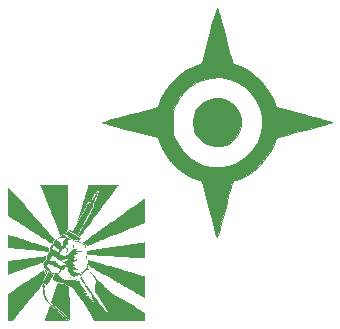
<source format=gbr>
%TF.GenerationSoftware,KiCad,Pcbnew,(6.0.0)*%
%TF.CreationDate,2022-07-10T02:32:02-04:00*%
%TF.ProjectId,EyesOfTomorrow,45796573-4f66-4546-9f6d-6f72726f772e,rev?*%
%TF.SameCoordinates,Original*%
%TF.FileFunction,Legend,Bot*%
%TF.FilePolarity,Positive*%
%FSLAX46Y46*%
G04 Gerber Fmt 4.6, Leading zero omitted, Abs format (unit mm)*
G04 Created by KiCad (PCBNEW (6.0.0)) date 2022-07-10 02:32:02*
%MOMM*%
%LPD*%
G01*
G04 APERTURE LIST*
%ADD10C,0.010000*%
G04 APERTURE END LIST*
D10*
%TO.C,G\u002A\u002A\u002A*%
X123795940Y-68174588D02*
X123723634Y-68380638D01*
X123723634Y-68380638D02*
X123620878Y-68711427D01*
X123620878Y-68711427D02*
X123493518Y-69147320D01*
X123493518Y-69147320D02*
X123347399Y-69668684D01*
X123347399Y-69668684D02*
X123188364Y-70255885D01*
X123188364Y-70255885D02*
X123142010Y-70430586D01*
X123142010Y-70430586D02*
X122512666Y-72813187D01*
X122512666Y-72813187D02*
X121979099Y-73005278D01*
X121979099Y-73005278D02*
X121229507Y-73360714D01*
X121229507Y-73360714D02*
X120532920Y-73856857D01*
X120532920Y-73856857D02*
X119915661Y-74467195D01*
X119915661Y-74467195D02*
X119404050Y-75165217D01*
X119404050Y-75165217D02*
X119024410Y-75924411D01*
X119024410Y-75924411D02*
X118989793Y-76016110D01*
X118989793Y-76016110D02*
X118812346Y-76502778D01*
X118812346Y-76502778D02*
X118207173Y-76665735D01*
X118207173Y-76665735D02*
X117938066Y-76737489D01*
X117938066Y-76737489D02*
X117540978Y-76842437D01*
X117540978Y-76842437D02*
X117051807Y-76971138D01*
X117051807Y-76971138D02*
X116506450Y-77114148D01*
X116506450Y-77114148D02*
X115940805Y-77262027D01*
X115940805Y-77262027D02*
X115845372Y-77286929D01*
X115845372Y-77286929D02*
X115328419Y-77423965D01*
X115328419Y-77423965D02*
X114871657Y-77549222D01*
X114871657Y-77549222D02*
X114498830Y-77655843D01*
X114498830Y-77655843D02*
X114233682Y-77736970D01*
X114233682Y-77736970D02*
X114099957Y-77785746D01*
X114099957Y-77785746D02*
X114088539Y-77794313D01*
X114088539Y-77794313D02*
X114167084Y-77827403D01*
X114167084Y-77827403D02*
X114389212Y-77896855D01*
X114389212Y-77896855D02*
X114734492Y-77996901D01*
X114734492Y-77996901D02*
X115182499Y-78121778D01*
X115182499Y-78121778D02*
X115712803Y-78265718D01*
X115712803Y-78265718D02*
X116304976Y-78422956D01*
X116304976Y-78422956D02*
X116456455Y-78462664D01*
X116456455Y-78462664D02*
X118824576Y-79081868D01*
X118824576Y-79081868D02*
X118923423Y-79387184D01*
X118923423Y-79387184D02*
X119160370Y-79964407D01*
X119160370Y-79964407D02*
X119492125Y-80562241D01*
X119492125Y-80562241D02*
X119875559Y-81103079D01*
X119875559Y-81103079D02*
X119880161Y-81108739D01*
X119880161Y-81108739D02*
X120254747Y-81494563D01*
X120254747Y-81494563D02*
X120737268Y-81884500D01*
X120737268Y-81884500D02*
X121271914Y-82239516D01*
X121271914Y-82239516D02*
X121802876Y-82520576D01*
X121802876Y-82520576D02*
X122035057Y-82615942D01*
X122035057Y-82615942D02*
X122529825Y-82796344D01*
X122529825Y-82796344D02*
X123147928Y-85160255D01*
X123147928Y-85160255D02*
X123306530Y-85763709D01*
X123306530Y-85763709D02*
X123451752Y-86310306D01*
X123451752Y-86310306D02*
X123578038Y-86779614D01*
X123578038Y-86779614D02*
X123679837Y-87151202D01*
X123679837Y-87151202D02*
X123751594Y-87404639D01*
X123751594Y-87404639D02*
X123787754Y-87519493D01*
X123787754Y-87519493D02*
X123790519Y-87524167D01*
X123790519Y-87524167D02*
X123848971Y-87467122D01*
X123848971Y-87467122D02*
X123852955Y-87460667D01*
X123852955Y-87460667D02*
X123883635Y-87364759D01*
X123883635Y-87364759D02*
X123950604Y-87127118D01*
X123950604Y-87127118D02*
X124047863Y-86769980D01*
X124047863Y-86769980D02*
X124169415Y-86315580D01*
X124169415Y-86315580D02*
X124309260Y-85786155D01*
X124309260Y-85786155D02*
X124452501Y-85238167D01*
X124452501Y-85238167D02*
X124638239Y-84526114D01*
X124638239Y-84526114D02*
X124787673Y-83961116D01*
X124787673Y-83961116D02*
X124906577Y-83526204D01*
X124906577Y-83526204D02*
X125000729Y-83204413D01*
X125000729Y-83204413D02*
X125075903Y-82978775D01*
X125075903Y-82978775D02*
X125137876Y-82832323D01*
X125137876Y-82832323D02*
X125192423Y-82748090D01*
X125192423Y-82748090D02*
X125245319Y-82709108D01*
X125245319Y-82709108D02*
X125302341Y-82698411D01*
X125302341Y-82698411D02*
X125317134Y-82698167D01*
X125317134Y-82698167D02*
X125456465Y-82662962D01*
X125456465Y-82662962D02*
X125700216Y-82569544D01*
X125700216Y-82569544D02*
X126001745Y-82436205D01*
X126001745Y-82436205D02*
X126081574Y-82398351D01*
X126081574Y-82398351D02*
X126788998Y-81970918D01*
X126788998Y-81970918D02*
X127437200Y-81410199D01*
X127437200Y-81410199D02*
X127995506Y-80749814D01*
X127995506Y-80749814D02*
X128433242Y-80023386D01*
X128433242Y-80023386D02*
X128600582Y-79637240D01*
X128600582Y-79637240D02*
X128738992Y-79325957D01*
X128738992Y-79325957D02*
X128875562Y-79118237D01*
X128875562Y-79118237D02*
X128957391Y-79054104D01*
X128957391Y-79054104D02*
X129079249Y-79017943D01*
X129079249Y-79017943D02*
X129341852Y-78945316D01*
X129341852Y-78945316D02*
X129722080Y-78842437D01*
X129722080Y-78842437D02*
X130196812Y-78715520D01*
X130196812Y-78715520D02*
X130742926Y-78570780D01*
X130742926Y-78570780D02*
X131337303Y-78414430D01*
X131337303Y-78414430D02*
X131339166Y-78413941D01*
X131339166Y-78413941D02*
X131923585Y-78259247D01*
X131923585Y-78259247D02*
X132450444Y-78116852D01*
X132450444Y-78116852D02*
X132798326Y-78020487D01*
X132798326Y-78020487D02*
X127620829Y-78020487D01*
X127620829Y-78020487D02*
X127506443Y-78741639D01*
X127506443Y-78741639D02*
X127254120Y-79431416D01*
X127254120Y-79431416D02*
X126866749Y-80068775D01*
X126866749Y-80068775D02*
X126347220Y-80632672D01*
X126347220Y-80632672D02*
X125849507Y-81009642D01*
X125849507Y-81009642D02*
X125310529Y-81304172D01*
X125310529Y-81304172D02*
X124765947Y-81485940D01*
X124765947Y-81485940D02*
X124162476Y-81568591D01*
X124162476Y-81568591D02*
X123646169Y-81573953D01*
X123646169Y-81573953D02*
X123243557Y-81556506D01*
X123243557Y-81556506D02*
X122947608Y-81522393D01*
X122947608Y-81522393D02*
X122695664Y-81457060D01*
X122695664Y-81457060D02*
X122425069Y-81345953D01*
X122425069Y-81345953D02*
X122201705Y-81238443D01*
X122201705Y-81238443D02*
X121533079Y-80817476D01*
X121533079Y-80817476D02*
X120949096Y-80268449D01*
X120949096Y-80268449D02*
X120481757Y-79623883D01*
X120481757Y-79623883D02*
X120329541Y-79335851D01*
X120329541Y-79335851D02*
X120210852Y-79074869D01*
X120210852Y-79074869D02*
X120132797Y-78858666D01*
X120132797Y-78858666D02*
X120086907Y-78639076D01*
X120086907Y-78639076D02*
X120064716Y-78367932D01*
X120064716Y-78367932D02*
X120057754Y-77997067D01*
X120057754Y-77997067D02*
X120057333Y-77787500D01*
X120057333Y-77787500D02*
X120060259Y-77356667D01*
X120060259Y-77356667D02*
X120074660Y-77047022D01*
X120074660Y-77047022D02*
X120108975Y-76810449D01*
X120108975Y-76810449D02*
X120171639Y-76598830D01*
X120171639Y-76598830D02*
X120271090Y-76364048D01*
X120271090Y-76364048D02*
X120328389Y-76241612D01*
X120328389Y-76241612D02*
X120614071Y-75751927D01*
X120614071Y-75751927D02*
X120990304Y-75268449D01*
X120990304Y-75268449D02*
X121411961Y-74842258D01*
X121411961Y-74842258D02*
X121833914Y-74524432D01*
X121833914Y-74524432D02*
X121858345Y-74509872D01*
X121858345Y-74509872D02*
X122574001Y-74183558D01*
X122574001Y-74183558D02*
X123322736Y-74012485D01*
X123322736Y-74012485D02*
X124081109Y-73993058D01*
X124081109Y-73993058D02*
X124825680Y-74121686D01*
X124825680Y-74121686D02*
X125533007Y-74394774D01*
X125533007Y-74394774D02*
X126179650Y-74808730D01*
X126179650Y-74808730D02*
X126641222Y-75243016D01*
X126641222Y-75243016D02*
X127107475Y-75879225D01*
X127107475Y-75879225D02*
X127424235Y-76568235D01*
X127424235Y-76568235D02*
X127594390Y-77289004D01*
X127594390Y-77289004D02*
X127620829Y-78020487D01*
X127620829Y-78020487D02*
X132798326Y-78020487D01*
X132798326Y-78020487D02*
X132898672Y-77992691D01*
X132898672Y-77992691D02*
X133247193Y-77892698D01*
X133247193Y-77892698D02*
X133474934Y-77822807D01*
X133474934Y-77822807D02*
X133560821Y-77788952D01*
X133560821Y-77788952D02*
X133561014Y-77788316D01*
X133561014Y-77788316D02*
X133482189Y-77756991D01*
X133482189Y-77756991D02*
X133259561Y-77689361D01*
X133259561Y-77689361D02*
X132913390Y-77591043D01*
X132913390Y-77591043D02*
X132463935Y-77467657D01*
X132463935Y-77467657D02*
X131931454Y-77324819D01*
X131931454Y-77324819D02*
X131336208Y-77168147D01*
X131336208Y-77168147D02*
X131148014Y-77119182D01*
X131148014Y-77119182D02*
X130438709Y-76933638D01*
X130438709Y-76933638D02*
X129877966Y-76783022D01*
X129877966Y-76783022D02*
X129449817Y-76662217D01*
X129449817Y-76662217D02*
X129138293Y-76566104D01*
X129138293Y-76566104D02*
X128927427Y-76489562D01*
X128927427Y-76489562D02*
X128801251Y-76427473D01*
X128801251Y-76427473D02*
X128743797Y-76374718D01*
X128743797Y-76374718D02*
X128735666Y-76345819D01*
X128735666Y-76345819D02*
X128699471Y-76208022D01*
X128699471Y-76208022D02*
X128602521Y-75962492D01*
X128602521Y-75962492D02*
X128462272Y-75651688D01*
X128462272Y-75651688D02*
X128383881Y-75490137D01*
X128383881Y-75490137D02*
X128003618Y-74863409D01*
X128003618Y-74863409D02*
X127516830Y-74275507D01*
X127516830Y-74275507D02*
X126955515Y-73754099D01*
X126955515Y-73754099D02*
X126351675Y-73326853D01*
X126351675Y-73326853D02*
X125737310Y-73021437D01*
X125737310Y-73021437D02*
X125405716Y-72915211D01*
X125405716Y-72915211D02*
X125203513Y-72812073D01*
X125203513Y-72812073D02*
X125088598Y-72675455D01*
X125088598Y-72675455D02*
X125047039Y-72547218D01*
X125047039Y-72547218D02*
X124970011Y-72278773D01*
X124970011Y-72278773D02*
X124864005Y-71893965D01*
X124864005Y-71893965D02*
X124735515Y-71416638D01*
X124735515Y-71416638D02*
X124591032Y-70870636D01*
X124591032Y-70870636D02*
X124451813Y-70336834D01*
X124451813Y-70336834D02*
X124299938Y-69756709D01*
X124299938Y-69756709D02*
X124159145Y-69230611D01*
X124159145Y-69230611D02*
X124035647Y-68780822D01*
X124035647Y-68780822D02*
X123935653Y-68429623D01*
X123935653Y-68429623D02*
X123865374Y-68199297D01*
X123865374Y-68199297D02*
X123831953Y-68112910D01*
X123831953Y-68112910D02*
X123795940Y-68174588D01*
X123795940Y-68174588D02*
X123795940Y-68174588D01*
G36*
X131923585Y-78259247D02*
G01*
X131339166Y-78413941D01*
X131337303Y-78414430D01*
X130742926Y-78570780D01*
X130196812Y-78715520D01*
X129722080Y-78842437D01*
X129341852Y-78945316D01*
X129079249Y-79017943D01*
X128957391Y-79054104D01*
X128875562Y-79118237D01*
X128738992Y-79325957D01*
X128600582Y-79637240D01*
X128433242Y-80023386D01*
X127995506Y-80749814D01*
X127437200Y-81410199D01*
X126788998Y-81970918D01*
X126081574Y-82398351D01*
X126001745Y-82436205D01*
X125700216Y-82569544D01*
X125456465Y-82662962D01*
X125317134Y-82698167D01*
X125302341Y-82698411D01*
X125245319Y-82709108D01*
X125192423Y-82748090D01*
X125137876Y-82832323D01*
X125075903Y-82978775D01*
X125000729Y-83204413D01*
X124906577Y-83526204D01*
X124787673Y-83961116D01*
X124638239Y-84526114D01*
X124452501Y-85238167D01*
X124309260Y-85786155D01*
X124169415Y-86315580D01*
X124047863Y-86769980D01*
X123950604Y-87127118D01*
X123883635Y-87364759D01*
X123852955Y-87460667D01*
X123848971Y-87467122D01*
X123790519Y-87524167D01*
X123787754Y-87519493D01*
X123751594Y-87404639D01*
X123679837Y-87151202D01*
X123578038Y-86779614D01*
X123451752Y-86310306D01*
X123306530Y-85763709D01*
X123147928Y-85160255D01*
X122529825Y-82796344D01*
X122035057Y-82615942D01*
X121802876Y-82520576D01*
X121271914Y-82239516D01*
X120737268Y-81884500D01*
X120254747Y-81494563D01*
X119880161Y-81108739D01*
X119875559Y-81103079D01*
X119492125Y-80562241D01*
X119160370Y-79964407D01*
X118923423Y-79387184D01*
X118824576Y-79081868D01*
X116456455Y-78462664D01*
X116304976Y-78422956D01*
X115712803Y-78265718D01*
X115182499Y-78121778D01*
X114734492Y-77996901D01*
X114389212Y-77896855D01*
X114167084Y-77827403D01*
X114088539Y-77794313D01*
X114097619Y-77787500D01*
X120057333Y-77787500D01*
X120057754Y-77997067D01*
X120064716Y-78367932D01*
X120086907Y-78639076D01*
X120132797Y-78858666D01*
X120210852Y-79074869D01*
X120329541Y-79335851D01*
X120481757Y-79623883D01*
X120949096Y-80268449D01*
X121533079Y-80817476D01*
X122201705Y-81238443D01*
X122425069Y-81345953D01*
X122695664Y-81457060D01*
X122947608Y-81522393D01*
X123243557Y-81556506D01*
X123646169Y-81573953D01*
X124162476Y-81568591D01*
X124765947Y-81485940D01*
X125310529Y-81304172D01*
X125849507Y-81009642D01*
X126347220Y-80632672D01*
X126866749Y-80068775D01*
X127254120Y-79431416D01*
X127506443Y-78741639D01*
X127620829Y-78020487D01*
X127594390Y-77289004D01*
X127424235Y-76568235D01*
X127107475Y-75879225D01*
X126641222Y-75243016D01*
X126179650Y-74808730D01*
X125533007Y-74394774D01*
X124825680Y-74121686D01*
X124081109Y-73993058D01*
X123322736Y-74012485D01*
X122574001Y-74183558D01*
X121858345Y-74509872D01*
X121833914Y-74524432D01*
X121411961Y-74842258D01*
X120990304Y-75268449D01*
X120614071Y-75751927D01*
X120328389Y-76241612D01*
X120271090Y-76364048D01*
X120171639Y-76598830D01*
X120108975Y-76810449D01*
X120074660Y-77047022D01*
X120060259Y-77356667D01*
X120057333Y-77787500D01*
X114097619Y-77787500D01*
X114099957Y-77785746D01*
X114233682Y-77736970D01*
X114498830Y-77655843D01*
X114871657Y-77549222D01*
X115328419Y-77423965D01*
X115845372Y-77286929D01*
X115940805Y-77262027D01*
X116506450Y-77114148D01*
X117051807Y-76971138D01*
X117540978Y-76842437D01*
X117938066Y-76737489D01*
X118207173Y-76665735D01*
X118812346Y-76502778D01*
X118989793Y-76016110D01*
X119024410Y-75924411D01*
X119404050Y-75165217D01*
X119915661Y-74467195D01*
X120532920Y-73856857D01*
X121229507Y-73360714D01*
X121979099Y-73005278D01*
X122512666Y-72813187D01*
X123142010Y-70430586D01*
X123188364Y-70255885D01*
X123347399Y-69668684D01*
X123493518Y-69147320D01*
X123620878Y-68711427D01*
X123723634Y-68380638D01*
X123795940Y-68174588D01*
X123831953Y-68112910D01*
X123865374Y-68199297D01*
X123935653Y-68429623D01*
X124035647Y-68780822D01*
X124159145Y-69230611D01*
X124299938Y-69756709D01*
X124451813Y-70336834D01*
X124591032Y-70870636D01*
X124735515Y-71416638D01*
X124864005Y-71893965D01*
X124970011Y-72278773D01*
X125047039Y-72547218D01*
X125088598Y-72675455D01*
X125203513Y-72812073D01*
X125405716Y-72915211D01*
X125737310Y-73021437D01*
X126351675Y-73326853D01*
X126955515Y-73754099D01*
X127516830Y-74275507D01*
X128003618Y-74863409D01*
X128383881Y-75490137D01*
X128462272Y-75651688D01*
X128602521Y-75962492D01*
X128699471Y-76208022D01*
X128735666Y-76345819D01*
X128743797Y-76374718D01*
X128801251Y-76427473D01*
X128927427Y-76489562D01*
X129138293Y-76566104D01*
X129449817Y-76662217D01*
X129877966Y-76783022D01*
X130438709Y-76933638D01*
X131148014Y-77119182D01*
X131336208Y-77168147D01*
X131931454Y-77324819D01*
X132463935Y-77467657D01*
X132913390Y-77591043D01*
X133259561Y-77689361D01*
X133482189Y-77756991D01*
X133561014Y-77788316D01*
X133560821Y-77788952D01*
X133474934Y-77822807D01*
X133247193Y-77892698D01*
X132898672Y-77992691D01*
X132798326Y-78020487D01*
X132450444Y-78116852D01*
X131923585Y-78259247D01*
G37*
X131923585Y-78259247D02*
X131339166Y-78413941D01*
X131337303Y-78414430D01*
X130742926Y-78570780D01*
X130196812Y-78715520D01*
X129722080Y-78842437D01*
X129341852Y-78945316D01*
X129079249Y-79017943D01*
X128957391Y-79054104D01*
X128875562Y-79118237D01*
X128738992Y-79325957D01*
X128600582Y-79637240D01*
X128433242Y-80023386D01*
X127995506Y-80749814D01*
X127437200Y-81410199D01*
X126788998Y-81970918D01*
X126081574Y-82398351D01*
X126001745Y-82436205D01*
X125700216Y-82569544D01*
X125456465Y-82662962D01*
X125317134Y-82698167D01*
X125302341Y-82698411D01*
X125245319Y-82709108D01*
X125192423Y-82748090D01*
X125137876Y-82832323D01*
X125075903Y-82978775D01*
X125000729Y-83204413D01*
X124906577Y-83526204D01*
X124787673Y-83961116D01*
X124638239Y-84526114D01*
X124452501Y-85238167D01*
X124309260Y-85786155D01*
X124169415Y-86315580D01*
X124047863Y-86769980D01*
X123950604Y-87127118D01*
X123883635Y-87364759D01*
X123852955Y-87460667D01*
X123848971Y-87467122D01*
X123790519Y-87524167D01*
X123787754Y-87519493D01*
X123751594Y-87404639D01*
X123679837Y-87151202D01*
X123578038Y-86779614D01*
X123451752Y-86310306D01*
X123306530Y-85763709D01*
X123147928Y-85160255D01*
X122529825Y-82796344D01*
X122035057Y-82615942D01*
X121802876Y-82520576D01*
X121271914Y-82239516D01*
X120737268Y-81884500D01*
X120254747Y-81494563D01*
X119880161Y-81108739D01*
X119875559Y-81103079D01*
X119492125Y-80562241D01*
X119160370Y-79964407D01*
X118923423Y-79387184D01*
X118824576Y-79081868D01*
X116456455Y-78462664D01*
X116304976Y-78422956D01*
X115712803Y-78265718D01*
X115182499Y-78121778D01*
X114734492Y-77996901D01*
X114389212Y-77896855D01*
X114167084Y-77827403D01*
X114088539Y-77794313D01*
X114097619Y-77787500D01*
X120057333Y-77787500D01*
X120057754Y-77997067D01*
X120064716Y-78367932D01*
X120086907Y-78639076D01*
X120132797Y-78858666D01*
X120210852Y-79074869D01*
X120329541Y-79335851D01*
X120481757Y-79623883D01*
X120949096Y-80268449D01*
X121533079Y-80817476D01*
X122201705Y-81238443D01*
X122425069Y-81345953D01*
X122695664Y-81457060D01*
X122947608Y-81522393D01*
X123243557Y-81556506D01*
X123646169Y-81573953D01*
X124162476Y-81568591D01*
X124765947Y-81485940D01*
X125310529Y-81304172D01*
X125849507Y-81009642D01*
X126347220Y-80632672D01*
X126866749Y-80068775D01*
X127254120Y-79431416D01*
X127506443Y-78741639D01*
X127620829Y-78020487D01*
X127594390Y-77289004D01*
X127424235Y-76568235D01*
X127107475Y-75879225D01*
X126641222Y-75243016D01*
X126179650Y-74808730D01*
X125533007Y-74394774D01*
X124825680Y-74121686D01*
X124081109Y-73993058D01*
X123322736Y-74012485D01*
X122574001Y-74183558D01*
X121858345Y-74509872D01*
X121833914Y-74524432D01*
X121411961Y-74842258D01*
X120990304Y-75268449D01*
X120614071Y-75751927D01*
X120328389Y-76241612D01*
X120271090Y-76364048D01*
X120171639Y-76598830D01*
X120108975Y-76810449D01*
X120074660Y-77047022D01*
X120060259Y-77356667D01*
X120057333Y-77787500D01*
X114097619Y-77787500D01*
X114099957Y-77785746D01*
X114233682Y-77736970D01*
X114498830Y-77655843D01*
X114871657Y-77549222D01*
X115328419Y-77423965D01*
X115845372Y-77286929D01*
X115940805Y-77262027D01*
X116506450Y-77114148D01*
X117051807Y-76971138D01*
X117540978Y-76842437D01*
X117938066Y-76737489D01*
X118207173Y-76665735D01*
X118812346Y-76502778D01*
X118989793Y-76016110D01*
X119024410Y-75924411D01*
X119404050Y-75165217D01*
X119915661Y-74467195D01*
X120532920Y-73856857D01*
X121229507Y-73360714D01*
X121979099Y-73005278D01*
X122512666Y-72813187D01*
X123142010Y-70430586D01*
X123188364Y-70255885D01*
X123347399Y-69668684D01*
X123493518Y-69147320D01*
X123620878Y-68711427D01*
X123723634Y-68380638D01*
X123795940Y-68174588D01*
X123831953Y-68112910D01*
X123865374Y-68199297D01*
X123935653Y-68429623D01*
X124035647Y-68780822D01*
X124159145Y-69230611D01*
X124299938Y-69756709D01*
X124451813Y-70336834D01*
X124591032Y-70870636D01*
X124735515Y-71416638D01*
X124864005Y-71893965D01*
X124970011Y-72278773D01*
X125047039Y-72547218D01*
X125088598Y-72675455D01*
X125203513Y-72812073D01*
X125405716Y-72915211D01*
X125737310Y-73021437D01*
X126351675Y-73326853D01*
X126955515Y-73754099D01*
X127516830Y-74275507D01*
X128003618Y-74863409D01*
X128383881Y-75490137D01*
X128462272Y-75651688D01*
X128602521Y-75962492D01*
X128699471Y-76208022D01*
X128735666Y-76345819D01*
X128743797Y-76374718D01*
X128801251Y-76427473D01*
X128927427Y-76489562D01*
X129138293Y-76566104D01*
X129449817Y-76662217D01*
X129877966Y-76783022D01*
X130438709Y-76933638D01*
X131148014Y-77119182D01*
X131336208Y-77168147D01*
X131931454Y-77324819D01*
X132463935Y-77467657D01*
X132913390Y-77591043D01*
X133259561Y-77689361D01*
X133482189Y-77756991D01*
X133561014Y-77788316D01*
X133560821Y-77788952D01*
X133474934Y-77822807D01*
X133247193Y-77892698D01*
X132898672Y-77992691D01*
X132798326Y-78020487D01*
X132450444Y-78116852D01*
X131923585Y-78259247D01*
X123652806Y-75770042D02*
X123293348Y-75804533D01*
X123293348Y-75804533D02*
X123030907Y-75873745D01*
X123030907Y-75873745D02*
X122793658Y-75999502D01*
X122793658Y-75999502D02*
X122709180Y-76056759D01*
X122709180Y-76056759D02*
X122270879Y-76435134D01*
X122270879Y-76435134D02*
X121984941Y-76858100D01*
X121984941Y-76858100D02*
X121835220Y-77353546D01*
X121835220Y-77353546D02*
X121807610Y-77614085D01*
X121807610Y-77614085D02*
X121805945Y-77979858D01*
X121805945Y-77979858D02*
X121836686Y-78317948D01*
X121836686Y-78317948D02*
X121878767Y-78510503D01*
X121878767Y-78510503D02*
X122061906Y-78868258D01*
X122061906Y-78868258D02*
X122352186Y-79224537D01*
X122352186Y-79224537D02*
X122696908Y-79521966D01*
X122696908Y-79521966D02*
X122936000Y-79661541D01*
X122936000Y-79661541D02*
X123270423Y-79760004D01*
X123270423Y-79760004D02*
X123687445Y-79808439D01*
X123687445Y-79808439D02*
X124117403Y-79805187D01*
X124117403Y-79805187D02*
X124490633Y-79748585D01*
X124490633Y-79748585D02*
X124629333Y-79701911D01*
X124629333Y-79701911D02*
X125099978Y-79414676D01*
X125099978Y-79414676D02*
X125456251Y-79032011D01*
X125456251Y-79032011D02*
X125697629Y-78580943D01*
X125697629Y-78580943D02*
X125823593Y-78088501D01*
X125823593Y-78088501D02*
X125833622Y-77581714D01*
X125833622Y-77581714D02*
X125727194Y-77087610D01*
X125727194Y-77087610D02*
X125503790Y-76633218D01*
X125503790Y-76633218D02*
X125162887Y-76245567D01*
X125162887Y-76245567D02*
X124703966Y-75951684D01*
X124703966Y-75951684D02*
X124701620Y-75950608D01*
X124701620Y-75950608D02*
X124398395Y-75828674D01*
X124398395Y-75828674D02*
X124126935Y-75770977D01*
X124126935Y-75770977D02*
X123803631Y-75763123D01*
X123803631Y-75763123D02*
X123652806Y-75770042D01*
X123652806Y-75770042D02*
X123652806Y-75770042D01*
G36*
X124126935Y-75770977D02*
G01*
X124398395Y-75828674D01*
X124701620Y-75950608D01*
X124703966Y-75951684D01*
X125162887Y-76245567D01*
X125503790Y-76633218D01*
X125727194Y-77087610D01*
X125833622Y-77581714D01*
X125823593Y-78088501D01*
X125697629Y-78580943D01*
X125456251Y-79032011D01*
X125099978Y-79414676D01*
X124629333Y-79701911D01*
X124490633Y-79748585D01*
X124117403Y-79805187D01*
X123687445Y-79808439D01*
X123270423Y-79760004D01*
X122936000Y-79661541D01*
X122696908Y-79521966D01*
X122352186Y-79224537D01*
X122061906Y-78868258D01*
X121878767Y-78510503D01*
X121836686Y-78317948D01*
X121805945Y-77979858D01*
X121807610Y-77614085D01*
X121835220Y-77353546D01*
X121984941Y-76858100D01*
X122270879Y-76435134D01*
X122709180Y-76056759D01*
X122793658Y-75999502D01*
X123030907Y-75873745D01*
X123293348Y-75804533D01*
X123652806Y-75770042D01*
X123803631Y-75763123D01*
X124126935Y-75770977D01*
G37*
X124126935Y-75770977D02*
X124398395Y-75828674D01*
X124701620Y-75950608D01*
X124703966Y-75951684D01*
X125162887Y-76245567D01*
X125503790Y-76633218D01*
X125727194Y-77087610D01*
X125833622Y-77581714D01*
X125823593Y-78088501D01*
X125697629Y-78580943D01*
X125456251Y-79032011D01*
X125099978Y-79414676D01*
X124629333Y-79701911D01*
X124490633Y-79748585D01*
X124117403Y-79805187D01*
X123687445Y-79808439D01*
X123270423Y-79760004D01*
X122936000Y-79661541D01*
X122696908Y-79521966D01*
X122352186Y-79224537D01*
X122061906Y-78868258D01*
X121878767Y-78510503D01*
X121836686Y-78317948D01*
X121805945Y-77979858D01*
X121807610Y-77614085D01*
X121835220Y-77353546D01*
X121984941Y-76858100D01*
X122270879Y-76435134D01*
X122709180Y-76056759D01*
X122793658Y-75999502D01*
X123030907Y-75873745D01*
X123293348Y-75804533D01*
X123652806Y-75770042D01*
X123803631Y-75763123D01*
X124126935Y-75770977D01*
G36*
X109347501Y-89367406D02*
G01*
X109255545Y-89454116D01*
X109223944Y-89484982D01*
X109183528Y-89527271D01*
X109148655Y-89566759D01*
X109124468Y-89597808D01*
X109108493Y-89620257D01*
X109090102Y-89641191D01*
X109068994Y-89656521D01*
X109039340Y-89670243D01*
X108995314Y-89686351D01*
X108986958Y-89689285D01*
X108950920Y-89701971D01*
X108897047Y-89720966D01*
X108826908Y-89745716D01*
X108742069Y-89775666D01*
X108644100Y-89810263D01*
X108534567Y-89848952D01*
X108415040Y-89891179D01*
X108287085Y-89936389D01*
X108152272Y-89984028D01*
X108012168Y-90033542D01*
X107868341Y-90084376D01*
X107722360Y-90135977D01*
X107575792Y-90187789D01*
X107430205Y-90239259D01*
X107287168Y-90289833D01*
X107148248Y-90338955D01*
X107015013Y-90386073D01*
X106889032Y-90430630D01*
X106771873Y-90472074D01*
X106665103Y-90509849D01*
X106570290Y-90543402D01*
X106489004Y-90572179D01*
X106422811Y-90595624D01*
X106373279Y-90613184D01*
X106341978Y-90624304D01*
X106289086Y-90642972D01*
X106236178Y-90661273D01*
X106192837Y-90675861D01*
X106162517Y-90685574D01*
X106148671Y-90689254D01*
X106146537Y-90687425D01*
X106143866Y-90677254D01*
X106141629Y-90656948D01*
X106139794Y-90625126D01*
X106138328Y-90580407D01*
X106137200Y-90521409D01*
X106136378Y-90446751D01*
X106135830Y-90355053D01*
X106135525Y-90244934D01*
X106135430Y-90115012D01*
X106135430Y-89539949D01*
X106402883Y-89505770D01*
X106413841Y-89504373D01*
X106465619Y-89497818D01*
X106536238Y-89488929D01*
X106623998Y-89477919D01*
X106727196Y-89465001D01*
X106844130Y-89450386D01*
X106973098Y-89434287D01*
X107112398Y-89416917D01*
X107260329Y-89398487D01*
X107415189Y-89379211D01*
X107575276Y-89359299D01*
X107738887Y-89338966D01*
X107904321Y-89318423D01*
X107980435Y-89308974D01*
X108140166Y-89289135D01*
X108294842Y-89269911D01*
X108443012Y-89251483D01*
X108583224Y-89234033D01*
X108714026Y-89217741D01*
X108833967Y-89202788D01*
X108941595Y-89189356D01*
X109035458Y-89177625D01*
X109114105Y-89167777D01*
X109176084Y-89159992D01*
X109219942Y-89154452D01*
X109244229Y-89151337D01*
X109350151Y-89137420D01*
X109347501Y-89367406D01*
G37*
G36*
X107535775Y-84840037D02*
G01*
X107620354Y-84934591D01*
X107841267Y-85181559D01*
X108048629Y-85413375D01*
X108242858Y-85630509D01*
X108424374Y-85833427D01*
X108593593Y-86022596D01*
X108750935Y-86198486D01*
X108896819Y-86361562D01*
X109031661Y-86512292D01*
X109155882Y-86651145D01*
X109269898Y-86778588D01*
X109374130Y-86895087D01*
X109468994Y-87001112D01*
X109554910Y-87097128D01*
X109632295Y-87183605D01*
X109701568Y-87261008D01*
X109763148Y-87329807D01*
X109817453Y-87390468D01*
X109864901Y-87443459D01*
X109905911Y-87489247D01*
X109940900Y-87528301D01*
X109970289Y-87561087D01*
X109994494Y-87588073D01*
X110013934Y-87609727D01*
X110029027Y-87626516D01*
X110040193Y-87638908D01*
X110047849Y-87647370D01*
X110052414Y-87652370D01*
X110078906Y-87681096D01*
X110040609Y-87723487D01*
X110011874Y-87759554D01*
X109966802Y-87838644D01*
X109932915Y-87931366D01*
X109911719Y-88034091D01*
X109909888Y-88046842D01*
X109904128Y-88071343D01*
X109894799Y-88082047D01*
X109878277Y-88084403D01*
X109875416Y-88083806D01*
X109855047Y-88074414D01*
X109817836Y-88053932D01*
X109764442Y-88022759D01*
X109695525Y-87981295D01*
X109611745Y-87929938D01*
X109513761Y-87869091D01*
X109402234Y-87799150D01*
X109277821Y-87720518D01*
X109171947Y-87653406D01*
X109022436Y-87558717D01*
X108858946Y-87455255D01*
X108683698Y-87344422D01*
X108498912Y-87227618D01*
X108306807Y-87106246D01*
X108109604Y-86981706D01*
X107909522Y-86855400D01*
X107708782Y-86728730D01*
X107509604Y-86603096D01*
X107314207Y-86479901D01*
X107124812Y-86360544D01*
X106943638Y-86246429D01*
X106772906Y-86138956D01*
X106614836Y-86039527D01*
X106135651Y-85738240D01*
X106135541Y-84506384D01*
X106135430Y-83274527D01*
X107535775Y-84840037D01*
G37*
G36*
X112896898Y-89430740D02*
G01*
X112921039Y-89436759D01*
X112957636Y-89446567D01*
X113007293Y-89460340D01*
X113070614Y-89478252D01*
X113148200Y-89500479D01*
X113240656Y-89527195D01*
X113348585Y-89558576D01*
X113472588Y-89594797D01*
X113613271Y-89636032D01*
X113771236Y-89682458D01*
X113947085Y-89734249D01*
X114141422Y-89791580D01*
X114354851Y-89854625D01*
X114587974Y-89923562D01*
X114662994Y-89945771D01*
X114759053Y-89974241D01*
X114868421Y-90006683D01*
X114989637Y-90042660D01*
X115121239Y-90081739D01*
X115261765Y-90123484D01*
X115409755Y-90167460D01*
X115563746Y-90213233D01*
X115722277Y-90260367D01*
X115883886Y-90308428D01*
X116047112Y-90356981D01*
X116210493Y-90405590D01*
X116372567Y-90453821D01*
X116531874Y-90501238D01*
X116686950Y-90547408D01*
X116836336Y-90591894D01*
X116978568Y-90634262D01*
X117112186Y-90674077D01*
X117235728Y-90710904D01*
X117347732Y-90744308D01*
X117446737Y-90773854D01*
X117531281Y-90799108D01*
X117599903Y-90819633D01*
X117651141Y-90834996D01*
X117683533Y-90844761D01*
X117683741Y-90844826D01*
X117686983Y-90846846D01*
X117689819Y-90851522D01*
X117692277Y-90860177D01*
X117694384Y-90874134D01*
X117696166Y-90894718D01*
X117697651Y-90923252D01*
X117698866Y-90961058D01*
X117699836Y-91009461D01*
X117700590Y-91069784D01*
X117701154Y-91143351D01*
X117701556Y-91231485D01*
X117701821Y-91335509D01*
X117701977Y-91456747D01*
X117702051Y-91596522D01*
X117702069Y-91756158D01*
X117702069Y-92661932D01*
X117609388Y-92611611D01*
X117594060Y-92603141D01*
X117558345Y-92583095D01*
X117506895Y-92554020D01*
X117441234Y-92516781D01*
X117362886Y-92472249D01*
X117273375Y-92421290D01*
X117174223Y-92364771D01*
X117066957Y-92303561D01*
X116953098Y-92238528D01*
X116834172Y-92170539D01*
X116711702Y-92100462D01*
X116664193Y-92073266D01*
X116533728Y-91998597D01*
X116402432Y-91923469D01*
X116272440Y-91849103D01*
X116145887Y-91776721D01*
X116024908Y-91707542D01*
X115911637Y-91642787D01*
X115808211Y-91583678D01*
X115716763Y-91531434D01*
X115639428Y-91487277D01*
X115578341Y-91452426D01*
X115562873Y-91443606D01*
X115456192Y-91382716D01*
X115340676Y-91316692D01*
X115217509Y-91246214D01*
X115087874Y-91171965D01*
X114952955Y-91094625D01*
X114813935Y-91014876D01*
X114671996Y-90933399D01*
X114528322Y-90850876D01*
X114384096Y-90767987D01*
X114240501Y-90685414D01*
X114098721Y-90603839D01*
X113959938Y-90523942D01*
X113825336Y-90446406D01*
X113696098Y-90371910D01*
X113573406Y-90301138D01*
X113458445Y-90234769D01*
X113352397Y-90173485D01*
X113256446Y-90117968D01*
X113171775Y-90068899D01*
X113099566Y-90026959D01*
X113041003Y-89992830D01*
X112997269Y-89967192D01*
X112969548Y-89950728D01*
X112959022Y-89944117D01*
X112958609Y-89943542D01*
X112954282Y-89928349D01*
X112947864Y-89896191D01*
X112939881Y-89850614D01*
X112930857Y-89795167D01*
X112921318Y-89733394D01*
X112911790Y-89668843D01*
X112902796Y-89605061D01*
X112894863Y-89545593D01*
X112888516Y-89493987D01*
X112884279Y-89453789D01*
X112882678Y-89428545D01*
X112884611Y-89428335D01*
X112896898Y-89430740D01*
G37*
G36*
X111177299Y-86923019D02*
G01*
X111146121Y-86950271D01*
X111138216Y-86958278D01*
X111116142Y-86986478D01*
X111090421Y-87024875D01*
X111065137Y-87067556D01*
X111054272Y-87087173D01*
X111030018Y-87130815D01*
X111008710Y-87168972D01*
X110993989Y-87195113D01*
X110979658Y-87230352D01*
X110981206Y-87263178D01*
X111000867Y-87295031D01*
X111039786Y-87329258D01*
X111064238Y-87348539D01*
X111084700Y-87367058D01*
X111092561Y-87377615D01*
X111092357Y-87379870D01*
X111088704Y-87382166D01*
X111077854Y-87377556D01*
X111056423Y-87364289D01*
X111021027Y-87340615D01*
X110985667Y-87318311D01*
X110913275Y-87284580D01*
X110843561Y-87270267D01*
X110773795Y-87275394D01*
X110701243Y-87299985D01*
X110623172Y-87344064D01*
X110561582Y-87384625D01*
X110545113Y-87345252D01*
X110544378Y-87343474D01*
X110535998Y-87322634D01*
X110520845Y-87284509D01*
X110499729Y-87231156D01*
X110473464Y-87164635D01*
X110442862Y-87087005D01*
X110408734Y-87000324D01*
X110371895Y-86906652D01*
X110333155Y-86808048D01*
X110331345Y-86803440D01*
X110287316Y-86691436D01*
X110237265Y-86564296D01*
X110182909Y-86426380D01*
X110125970Y-86282043D01*
X110068168Y-86135644D01*
X110011221Y-85991540D01*
X109956849Y-85854089D01*
X109906772Y-85727648D01*
X109866535Y-85626104D01*
X109800026Y-85458151D01*
X109740843Y-85308541D01*
X109688650Y-85176417D01*
X109643112Y-85060921D01*
X109603892Y-84961196D01*
X109570653Y-84876386D01*
X109543059Y-84805632D01*
X109520773Y-84748079D01*
X109503461Y-84702867D01*
X109490784Y-84669142D01*
X109482408Y-84646044D01*
X109475514Y-84627211D01*
X109459943Y-84588551D01*
X109446022Y-84558261D01*
X109443557Y-84553188D01*
X109431773Y-84525775D01*
X109415283Y-84484563D01*
X109395925Y-84434216D01*
X109375538Y-84379398D01*
X109370673Y-84366134D01*
X109349157Y-84308392D01*
X109328283Y-84253681D01*
X109310224Y-84207637D01*
X109297149Y-84175896D01*
X109286827Y-84151023D01*
X109270098Y-84109328D01*
X109248355Y-84054333D01*
X109222887Y-83989308D01*
X109194977Y-83917521D01*
X109165914Y-83842243D01*
X109142716Y-83782133D01*
X109109804Y-83697400D01*
X109076951Y-83613376D01*
X109046030Y-83534830D01*
X109018915Y-83466535D01*
X108997478Y-83413261D01*
X108990551Y-83396171D01*
X108965146Y-83332552D01*
X108940181Y-83268763D01*
X108918213Y-83211383D01*
X108901799Y-83166993D01*
X108868608Y-83074312D01*
X111177299Y-83074312D01*
X111177299Y-86923019D01*
G37*
G36*
X113356684Y-93079238D02*
G01*
X113415110Y-93164972D01*
X113467153Y-93240974D01*
X113511918Y-93305931D01*
X113548512Y-93358525D01*
X113576038Y-93397441D01*
X113593604Y-93421362D01*
X113600313Y-93428973D01*
X113600550Y-93428627D01*
X113598000Y-93415103D01*
X113586610Y-93385780D01*
X113567599Y-93343218D01*
X113542189Y-93289982D01*
X113511599Y-93228631D01*
X113477050Y-93161729D01*
X113439761Y-93091838D01*
X113413263Y-93042476D01*
X113366061Y-92950743D01*
X113328246Y-92870456D01*
X113298180Y-92797464D01*
X113274227Y-92727619D01*
X113254750Y-92656772D01*
X113238112Y-92580775D01*
X113224102Y-92515348D01*
X113204195Y-92443492D01*
X113180066Y-92382842D01*
X113148890Y-92327729D01*
X113107844Y-92272484D01*
X113054104Y-92211439D01*
X113020818Y-92173726D01*
X112977933Y-92120746D01*
X112939011Y-92068235D01*
X112909598Y-92023410D01*
X112903300Y-92012866D01*
X112870045Y-91959442D01*
X112833460Y-91903441D01*
X112800390Y-91855390D01*
X112775386Y-91818071D01*
X112742850Y-91765204D01*
X112709240Y-91707015D01*
X112678836Y-91650709D01*
X112652806Y-91601577D01*
X112627348Y-91557949D01*
X112603855Y-91524440D01*
X112578774Y-91496060D01*
X112548550Y-91467821D01*
X112516558Y-91436645D01*
X112469588Y-91378004D01*
X112433426Y-91315918D01*
X112412189Y-91256755D01*
X112411018Y-91251531D01*
X112397325Y-91194721D01*
X112385098Y-91155080D01*
X112372702Y-91129112D01*
X112358501Y-91113320D01*
X112340862Y-91104207D01*
X112340573Y-91104107D01*
X112305631Y-91095960D01*
X112268476Y-91092577D01*
X112247509Y-91092034D01*
X112226838Y-91086953D01*
X112221641Y-91073169D01*
X112228408Y-91046660D01*
X112239621Y-91019109D01*
X112276063Y-90965899D01*
X112330267Y-90921826D01*
X112341202Y-90915128D01*
X112371981Y-90900792D01*
X112389408Y-90902581D01*
X112394419Y-90921061D01*
X112387951Y-90956803D01*
X112384633Y-90970536D01*
X112381777Y-91003339D01*
X112390500Y-91030957D01*
X112413205Y-91058386D01*
X112452290Y-91090618D01*
X112463604Y-91099249D01*
X112497217Y-91127545D01*
X112519378Y-91153902D01*
X112535243Y-91185694D01*
X112549970Y-91230293D01*
X112552756Y-91239432D01*
X112558310Y-91255512D01*
X112565431Y-91272101D01*
X112575345Y-91291034D01*
X112589279Y-91314146D01*
X112608460Y-91343273D01*
X112634112Y-91380250D01*
X112667463Y-91426913D01*
X112709739Y-91485097D01*
X112762167Y-91556637D01*
X112825971Y-91643369D01*
X112860727Y-91690966D01*
X112919533Y-91772736D01*
X112984997Y-91864943D01*
X113054111Y-91963301D01*
X113123869Y-92063524D01*
X113191263Y-92161325D01*
X113253285Y-92252418D01*
X113303587Y-92326602D01*
X113418104Y-92493371D01*
X113527308Y-92649016D01*
X113634027Y-92797332D01*
X113741092Y-92942115D01*
X113851333Y-93087163D01*
X113967579Y-93236270D01*
X114092661Y-93393235D01*
X114229408Y-93561851D01*
X114229602Y-93562089D01*
X114290462Y-93635717D01*
X114351131Y-93707500D01*
X114409959Y-93775618D01*
X114465294Y-93838251D01*
X114515486Y-93893578D01*
X114558883Y-93939779D01*
X114593833Y-93975033D01*
X114618685Y-93997521D01*
X114631788Y-94005421D01*
X114633623Y-94003418D01*
X114631310Y-93987326D01*
X114621911Y-93958717D01*
X114607111Y-93921935D01*
X114588597Y-93881329D01*
X114568058Y-93841242D01*
X114548238Y-93805843D01*
X114518380Y-93753783D01*
X114481060Y-93689523D01*
X114438074Y-93616100D01*
X114391222Y-93536551D01*
X114342302Y-93453914D01*
X114293112Y-93371225D01*
X114245449Y-93291522D01*
X114201113Y-93217842D01*
X114161900Y-93153221D01*
X114129610Y-93100698D01*
X114107045Y-93064625D01*
X114062881Y-92995334D01*
X114012381Y-92917669D01*
X113954558Y-92830148D01*
X113888422Y-92731287D01*
X113812984Y-92619605D01*
X113727255Y-92493618D01*
X113630248Y-92351844D01*
X113585954Y-92286444D01*
X113549248Y-92228951D01*
X113522261Y-92180388D01*
X113503533Y-92136542D01*
X113491606Y-92093199D01*
X113485018Y-92046147D01*
X113482311Y-91991172D01*
X113482024Y-91924061D01*
X113482119Y-91911569D01*
X113483675Y-91844284D01*
X113487382Y-91781688D01*
X113493857Y-91717442D01*
X113503717Y-91645204D01*
X113517580Y-91558632D01*
X113522970Y-91525912D01*
X113539531Y-91413623D01*
X113549721Y-91318484D01*
X113553317Y-91238012D01*
X113550097Y-91169720D01*
X113539836Y-91111123D01*
X113522312Y-91059735D01*
X113497302Y-91013072D01*
X113464581Y-90968649D01*
X113454366Y-90956068D01*
X113428668Y-90923553D01*
X113393351Y-90878234D01*
X113350370Y-90822641D01*
X113301679Y-90759303D01*
X113249230Y-90690751D01*
X113194979Y-90619516D01*
X113174910Y-90593126D01*
X113102442Y-90498390D01*
X113041110Y-90419302D01*
X112989880Y-90354660D01*
X112947718Y-90303260D01*
X112913590Y-90263899D01*
X112886462Y-90235375D01*
X112865299Y-90216484D01*
X112849067Y-90206023D01*
X112836731Y-90202789D01*
X112836192Y-90202833D01*
X112821798Y-90211318D01*
X112795121Y-90233086D01*
X112758198Y-90266111D01*
X112713067Y-90308367D01*
X112661766Y-90357826D01*
X112606332Y-90412463D01*
X112548803Y-90470251D01*
X112491218Y-90529163D01*
X112435612Y-90587173D01*
X112384025Y-90642254D01*
X112338494Y-90692380D01*
X112301057Y-90735524D01*
X112272564Y-90768617D01*
X112241765Y-90802431D01*
X112217065Y-90827426D01*
X112202086Y-90839784D01*
X112193337Y-90843257D01*
X112190842Y-90838555D01*
X112197604Y-90821467D01*
X112214336Y-90789039D01*
X112240613Y-90743295D01*
X112271746Y-90696604D01*
X112309060Y-90647905D01*
X112354557Y-90594867D01*
X112410240Y-90535159D01*
X112478109Y-90466452D01*
X112560168Y-90386413D01*
X112561986Y-90384662D01*
X112615886Y-90332404D01*
X112664052Y-90285053D01*
X112704561Y-90244550D01*
X112735493Y-90212834D01*
X112754927Y-90191849D01*
X112760943Y-90183533D01*
X112753255Y-90185897D01*
X112733604Y-90198918D01*
X112707095Y-90219875D01*
X112673479Y-90247514D01*
X112639492Y-90273170D01*
X112620486Y-90284109D01*
X112616533Y-90280554D01*
X112627708Y-90262730D01*
X112654083Y-90230863D01*
X112695733Y-90185178D01*
X112699934Y-90180708D01*
X112733409Y-90144997D01*
X112759137Y-90115644D01*
X112778063Y-90089207D01*
X112791131Y-90062243D01*
X112799285Y-90031310D01*
X112803470Y-89992963D01*
X112804631Y-89943762D01*
X112803710Y-89880262D01*
X112801654Y-89799022D01*
X112799904Y-89738617D01*
X112796247Y-89652854D01*
X112791007Y-89575163D01*
X112783551Y-89498331D01*
X112773244Y-89415144D01*
X112759455Y-89318390D01*
X112756927Y-89301238D01*
X112740463Y-89179460D01*
X112728252Y-89066234D01*
X112719359Y-88951664D01*
X112712848Y-88825855D01*
X112708916Y-88737138D01*
X112703059Y-88626257D01*
X112696644Y-88533118D01*
X112689322Y-88455691D01*
X112680746Y-88391947D01*
X112670568Y-88339855D01*
X112658440Y-88297387D01*
X112644015Y-88262512D01*
X112626944Y-88233200D01*
X112606880Y-88207422D01*
X112581542Y-88185266D01*
X112539669Y-88156866D01*
X112485252Y-88124598D01*
X112421918Y-88090415D01*
X112353296Y-88056276D01*
X112283013Y-88024135D01*
X112214698Y-87995950D01*
X112162630Y-87976693D01*
X112092120Y-87952113D01*
X112009656Y-87924456D01*
X111918793Y-87894829D01*
X111823084Y-87864338D01*
X111726085Y-87834093D01*
X111631347Y-87805200D01*
X111542427Y-87778767D01*
X111462877Y-87755901D01*
X111396252Y-87737709D01*
X111346106Y-87725299D01*
X111314513Y-87720633D01*
X111270882Y-87726423D01*
X111237945Y-87750049D01*
X111214115Y-87792315D01*
X111211212Y-87800179D01*
X111203597Y-87826813D01*
X111200145Y-87855513D01*
X111200440Y-87892584D01*
X111204064Y-87944332D01*
X111205872Y-87966605D01*
X111209552Y-88017357D01*
X111212275Y-88062431D01*
X111213552Y-88094119D01*
X111214371Y-88140908D01*
X111161410Y-88153125D01*
X111128251Y-88162011D01*
X111066921Y-88188176D01*
X111022282Y-88223743D01*
X111014527Y-88232767D01*
X110994648Y-88267138D01*
X110992447Y-88300710D01*
X111008595Y-88335147D01*
X111043761Y-88372114D01*
X111098616Y-88413272D01*
X111112660Y-88423045D01*
X111150204Y-88452003D01*
X111180854Y-88479565D01*
X111199040Y-88500871D01*
X111207884Y-88517756D01*
X111220004Y-88570376D01*
X111212401Y-88627116D01*
X111185243Y-88685737D01*
X111147624Y-88744469D01*
X111103793Y-88809870D01*
X111062630Y-88868198D01*
X111026169Y-88916666D01*
X110996446Y-88952488D01*
X110975497Y-88972877D01*
X110970192Y-88976835D01*
X110958536Y-88985449D01*
X110951135Y-88989643D01*
X110948815Y-88987382D01*
X110952398Y-88976632D01*
X110962709Y-88955358D01*
X110980572Y-88921525D01*
X111006810Y-88873099D01*
X111042249Y-88808045D01*
X111069000Y-88758386D01*
X111100403Y-88697084D01*
X111121681Y-88649284D01*
X111133321Y-88612197D01*
X111135807Y-88583035D01*
X111129624Y-88559009D01*
X111115258Y-88537333D01*
X111093193Y-88515216D01*
X111057608Y-88490096D01*
X111011222Y-88467206D01*
X110963469Y-88450809D01*
X110923087Y-88444537D01*
X110913331Y-88445597D01*
X110885761Y-88451404D01*
X110851720Y-88460581D01*
X110847356Y-88461920D01*
X110836791Y-88466807D01*
X110779839Y-88493150D01*
X110714003Y-88541854D01*
X110652779Y-88604592D01*
X110599100Y-88677927D01*
X110555895Y-88758419D01*
X110526095Y-88842629D01*
X110518061Y-88888420D01*
X110521650Y-88929538D01*
X110539601Y-88964080D01*
X110573606Y-88994090D01*
X110625353Y-89021612D01*
X110696535Y-89048689D01*
X110708600Y-89052737D01*
X110780106Y-89074938D01*
X110837610Y-89088672D01*
X110885559Y-89094528D01*
X110928402Y-89093095D01*
X110970586Y-89084961D01*
X111022875Y-89069010D01*
X111124298Y-89022438D01*
X111215029Y-88957743D01*
X111295796Y-88874454D01*
X111344961Y-88816616D01*
X111417288Y-88740643D01*
X111484125Y-88682560D01*
X111546730Y-88641201D01*
X111553260Y-88637583D01*
X111602596Y-88605949D01*
X111636161Y-88572969D01*
X111656563Y-88533852D01*
X111666411Y-88483811D01*
X111668315Y-88418056D01*
X111668314Y-88417995D01*
X111660982Y-88324584D01*
X111640776Y-88235342D01*
X111637262Y-88223308D01*
X111626441Y-88179378D01*
X111624844Y-88154005D01*
X111632957Y-88146540D01*
X111651267Y-88156337D01*
X111680260Y-88182745D01*
X111691456Y-88195157D01*
X111708019Y-88221052D01*
X111720751Y-88254462D01*
X111730528Y-88298802D01*
X111738228Y-88357491D01*
X111744727Y-88433945D01*
X111746674Y-88461032D01*
X111750774Y-88509781D01*
X111755712Y-88541197D01*
X111763225Y-88557926D01*
X111775048Y-88562613D01*
X111792919Y-88557902D01*
X111818573Y-88546439D01*
X111838550Y-88535652D01*
X111889164Y-88497361D01*
X111947425Y-88439662D01*
X111963601Y-88422347D01*
X112007819Y-88377741D01*
X112045122Y-88344221D01*
X112073837Y-88323075D01*
X112092293Y-88315591D01*
X112098817Y-88323058D01*
X112097443Y-88329723D01*
X112086234Y-88352266D01*
X112067424Y-88379048D01*
X112057450Y-88391553D01*
X112027527Y-88430034D01*
X111995209Y-88472695D01*
X111963047Y-88516039D01*
X111933591Y-88556572D01*
X111909393Y-88590796D01*
X111893004Y-88615216D01*
X111886973Y-88626336D01*
X111893112Y-88635941D01*
X111910806Y-88650283D01*
X111911819Y-88650937D01*
X111938450Y-88665360D01*
X111977069Y-88683194D01*
X112022476Y-88702388D01*
X112069467Y-88720888D01*
X112112841Y-88736643D01*
X112147396Y-88747601D01*
X112167929Y-88751709D01*
X112186729Y-88748872D01*
X112220223Y-88739271D01*
X112257699Y-88725229D01*
X112284457Y-88714298D01*
X112319210Y-88702454D01*
X112340111Y-88700400D01*
X112350327Y-88708155D01*
X112353028Y-88725735D01*
X112349829Y-88743101D01*
X112330400Y-88772516D01*
X112297675Y-88796329D01*
X112256676Y-88810139D01*
X112250076Y-88810980D01*
X112218354Y-88812588D01*
X112172334Y-88812900D01*
X112117125Y-88811929D01*
X112057842Y-88809687D01*
X112051554Y-88809385D01*
X111991382Y-88806762D01*
X111947654Y-88805779D01*
X111916052Y-88806740D01*
X111892259Y-88809952D01*
X111871959Y-88815720D01*
X111850834Y-88824351D01*
X111820427Y-88841217D01*
X111804677Y-88860588D01*
X111809989Y-88879490D01*
X111836412Y-88897668D01*
X111846281Y-88902020D01*
X111871272Y-88909249D01*
X111902004Y-88912048D01*
X111943514Y-88910651D01*
X112000839Y-88905292D01*
X112028808Y-88902559D01*
X112060093Y-88901697D01*
X112074389Y-88906616D01*
X112074119Y-88918667D01*
X112061711Y-88939201D01*
X112053172Y-88949330D01*
X112034226Y-88962743D01*
X112006270Y-88973144D01*
X111966262Y-88981273D01*
X111911157Y-88987871D01*
X111837911Y-88993679D01*
X111828554Y-88994330D01*
X111776595Y-88998532D01*
X111732607Y-89003041D01*
X111700982Y-89007355D01*
X111686115Y-89010975D01*
X111679362Y-89019404D01*
X111680158Y-89043442D01*
X111695185Y-89077909D01*
X111723602Y-89120355D01*
X111745155Y-89150734D01*
X111765400Y-89191834D01*
X111768663Y-89229086D01*
X111754965Y-89267869D01*
X111724326Y-89313560D01*
X111721672Y-89317033D01*
X111707812Y-89337036D01*
X111694621Y-89356073D01*
X111681846Y-89385158D01*
X111682280Y-89408530D01*
X111694851Y-89430431D01*
X111700913Y-89436926D01*
X111725832Y-89450456D01*
X111761269Y-89453096D01*
X111809734Y-89444774D01*
X111873733Y-89425422D01*
X111882423Y-89422476D01*
X111917051Y-89411481D01*
X111941356Y-89404976D01*
X111950526Y-89404284D01*
X111950524Y-89404382D01*
X111945971Y-89416791D01*
X111935324Y-89438874D01*
X111922008Y-89459924D01*
X111879230Y-89504150D01*
X111815420Y-89550286D01*
X111730620Y-89598300D01*
X111694509Y-89617426D01*
X111654691Y-89639980D01*
X111624626Y-89658704D01*
X111608941Y-89670839D01*
X111593287Y-89693040D01*
X111585963Y-89724550D01*
X111597840Y-89755770D01*
X111629494Y-89787898D01*
X111681499Y-89822131D01*
X111697404Y-89832484D01*
X111713963Y-89843263D01*
X111744523Y-89871989D01*
X111757522Y-89897850D01*
X111752817Y-89918825D01*
X111730265Y-89932893D01*
X111689722Y-89938031D01*
X111675123Y-89938557D01*
X111650519Y-89945011D01*
X111643395Y-89959913D01*
X111653605Y-89984640D01*
X111681003Y-90020572D01*
X111682874Y-90022707D01*
X111711730Y-90050131D01*
X111753893Y-90084128D01*
X111804594Y-90121319D01*
X111859064Y-90158329D01*
X111912534Y-90191780D01*
X111960233Y-90218294D01*
X111976157Y-90226939D01*
X112007196Y-90246854D01*
X112028198Y-90264401D01*
X112039628Y-90277916D01*
X112041196Y-90287481D01*
X112028198Y-90295830D01*
X112000354Y-90305919D01*
X111945276Y-90313025D01*
X111878038Y-90310541D01*
X111802568Y-90298699D01*
X111722795Y-90277731D01*
X111689485Y-90267319D01*
X111648825Y-90255465D01*
X111622945Y-90250010D01*
X111608545Y-90250741D01*
X111602325Y-90257447D01*
X111600985Y-90269916D01*
X111601373Y-90273564D01*
X111612271Y-90298011D01*
X111637111Y-90334174D01*
X111674494Y-90379958D01*
X111678875Y-90385011D01*
X111715174Y-90425712D01*
X111742258Y-90452707D01*
X111763638Y-90468673D01*
X111782825Y-90476288D01*
X111803330Y-90478232D01*
X111809441Y-90478997D01*
X111834443Y-90488104D01*
X111863368Y-90504192D01*
X111887490Y-90517892D01*
X111953758Y-90540839D01*
X112030617Y-90551351D01*
X112113450Y-90549389D01*
X112197641Y-90534910D01*
X112278576Y-90507874D01*
X112279408Y-90507514D01*
X112307484Y-90493234D01*
X112347607Y-90470236D01*
X112394543Y-90441620D01*
X112443062Y-90410481D01*
X112451996Y-90404591D01*
X112505904Y-90369241D01*
X112543479Y-90345231D01*
X112565833Y-90332172D01*
X112574080Y-90329674D01*
X112569332Y-90337346D01*
X112552702Y-90354798D01*
X112525303Y-90381640D01*
X112517015Y-90389404D01*
X112479272Y-90421447D01*
X112430549Y-90459391D01*
X112376235Y-90499136D01*
X112321722Y-90536578D01*
X112294827Y-90554475D01*
X112250196Y-90584725D01*
X112213703Y-90610165D01*
X112188554Y-90628544D01*
X112177951Y-90637611D01*
X112178744Y-90643808D01*
X112193521Y-90647706D01*
X112205675Y-90648884D01*
X112214258Y-90657236D01*
X112204108Y-90672757D01*
X112175610Y-90694449D01*
X112166779Y-90699826D01*
X112129428Y-90719057D01*
X112078912Y-90741866D01*
X112019861Y-90766477D01*
X111956905Y-90791114D01*
X111894674Y-90814001D01*
X111837798Y-90833362D01*
X111790907Y-90847421D01*
X111758631Y-90854401D01*
X111732739Y-90856634D01*
X111648862Y-90850558D01*
X111568870Y-90823718D01*
X111492851Y-90776179D01*
X111420891Y-90708005D01*
X111353076Y-90619260D01*
X111289495Y-90510008D01*
X111288191Y-90507468D01*
X111237395Y-90397830D01*
X111198557Y-90288491D01*
X111167933Y-90168947D01*
X111165898Y-90159376D01*
X111157041Y-90114773D01*
X111147298Y-90062053D01*
X111137478Y-90006035D01*
X111128391Y-89951542D01*
X111120845Y-89903394D01*
X111115650Y-89866413D01*
X111113616Y-89845420D01*
X111112730Y-89845673D01*
X111105614Y-89858649D01*
X111092927Y-89885432D01*
X111076545Y-89922143D01*
X111036829Y-90001919D01*
X110981736Y-90088434D01*
X110919389Y-90165927D01*
X110852190Y-90232073D01*
X110782542Y-90284547D01*
X110712845Y-90321026D01*
X110645504Y-90339185D01*
X110624329Y-90342187D01*
X110601616Y-90348849D01*
X110595224Y-90355332D01*
X110588810Y-90361838D01*
X110578887Y-90386101D01*
X110575716Y-90394575D01*
X110558094Y-90431723D01*
X110536894Y-90467032D01*
X110517475Y-90491937D01*
X110487695Y-90525846D01*
X110451682Y-90564307D01*
X110412832Y-90603932D01*
X110374541Y-90641335D01*
X110340206Y-90673128D01*
X110313221Y-90695923D01*
X110296982Y-90706333D01*
X110284781Y-90707911D01*
X110250305Y-90705135D01*
X110201753Y-90696168D01*
X110142743Y-90681835D01*
X110076896Y-90662963D01*
X110007830Y-90640375D01*
X109996862Y-90636518D01*
X109937612Y-90614128D01*
X109876214Y-90588061D01*
X109809516Y-90556787D01*
X109734366Y-90518779D01*
X109647613Y-90472507D01*
X109546106Y-90416444D01*
X109477585Y-90377114D01*
X109409721Y-90334556D01*
X109355697Y-90294927D01*
X109312399Y-90255319D01*
X109276715Y-90212820D01*
X109245533Y-90164519D01*
X109215740Y-90107506D01*
X109203758Y-90082290D01*
X109161790Y-89983065D01*
X109149311Y-89942201D01*
X109442700Y-89942201D01*
X109445461Y-89970945D01*
X109461826Y-90001073D01*
X109493145Y-90038657D01*
X109493629Y-90039191D01*
X109524473Y-90076366D01*
X109541120Y-90104986D01*
X109546106Y-90129396D01*
X109546266Y-90133958D01*
X109550804Y-90152201D01*
X109563561Y-90173153D01*
X109587181Y-90200482D01*
X109624307Y-90237853D01*
X109637698Y-90251216D01*
X109681885Y-90298593D01*
X109725878Y-90349796D01*
X109761871Y-90395859D01*
X109781907Y-90422597D01*
X109811281Y-90456825D01*
X109841479Y-90483414D01*
X109875887Y-90503841D01*
X109917893Y-90519584D01*
X109970886Y-90532118D01*
X110038252Y-90542922D01*
X110123379Y-90553472D01*
X110147763Y-90556238D01*
X110200588Y-90562042D01*
X110248410Y-90567072D01*
X110283212Y-90570475D01*
X110337124Y-90575325D01*
X110412707Y-90493298D01*
X110436804Y-90466626D01*
X110472049Y-90423483D01*
X110493816Y-90387799D01*
X110503759Y-90355332D01*
X110503534Y-90321844D01*
X110494798Y-90283094D01*
X110494238Y-90281178D01*
X110482244Y-90246019D01*
X110467276Y-90216717D01*
X110446574Y-90190927D01*
X110417379Y-90166303D01*
X110376934Y-90140498D01*
X110322481Y-90111166D01*
X110251261Y-90075962D01*
X110211118Y-90056720D01*
X110134659Y-90020797D01*
X110054209Y-89983788D01*
X109972663Y-89946960D01*
X109892914Y-89911579D01*
X109817854Y-89878912D01*
X109750377Y-89850224D01*
X109693377Y-89826782D01*
X109649746Y-89809853D01*
X109622378Y-89800703D01*
X109574153Y-89794951D01*
X109529323Y-89807048D01*
X109491613Y-89838702D01*
X109460204Y-89890367D01*
X109452195Y-89908769D01*
X109442700Y-89942201D01*
X109149311Y-89942201D01*
X109135153Y-89895837D01*
X109124278Y-89818039D01*
X109129598Y-89747108D01*
X109151546Y-89680478D01*
X109190555Y-89615584D01*
X109247058Y-89549860D01*
X109321487Y-89480742D01*
X109416210Y-89399475D01*
X109416185Y-89395136D01*
X109696862Y-89395136D01*
X109702127Y-89439650D01*
X109716957Y-89484245D01*
X109738767Y-89523608D01*
X109764973Y-89552426D01*
X109792988Y-89565388D01*
X109812055Y-89564651D01*
X109846854Y-89558072D01*
X109885370Y-89546851D01*
X109935860Y-89533444D01*
X109996222Y-89525446D01*
X110054966Y-89524816D01*
X110106020Y-89531580D01*
X110143313Y-89545764D01*
X110151920Y-89552122D01*
X110179592Y-89578183D01*
X110217919Y-89619499D01*
X110265721Y-89674724D01*
X110321818Y-89742513D01*
X110385031Y-89821518D01*
X110415129Y-89855867D01*
X110466782Y-89896978D01*
X110524090Y-89920161D01*
X110590989Y-89927439D01*
X110630790Y-89926130D01*
X110676336Y-89918403D01*
X110711746Y-89901837D01*
X110743217Y-89874268D01*
X110757352Y-89860259D01*
X110782273Y-89844326D01*
X110804370Y-89846103D01*
X110826591Y-89866457D01*
X110851881Y-89906255D01*
X110860557Y-89920442D01*
X110881494Y-89945915D01*
X110899738Y-89957167D01*
X110909929Y-89956257D01*
X110935901Y-89943711D01*
X110965583Y-89920831D01*
X110993411Y-89892231D01*
X111013824Y-89862525D01*
X111020901Y-89847344D01*
X111022350Y-89832484D01*
X111013432Y-89816088D01*
X110992035Y-89791245D01*
X110967910Y-89767766D01*
X110933669Y-89740234D01*
X110887810Y-89707762D01*
X110828542Y-89669140D01*
X110754072Y-89623155D01*
X110662605Y-89568595D01*
X110569479Y-89511733D01*
X110545260Y-89495799D01*
X110711679Y-89495799D01*
X110733384Y-89526280D01*
X110735728Y-89529461D01*
X110760755Y-89557447D01*
X110789660Y-89583130D01*
X110815679Y-89600234D01*
X110853225Y-89613667D01*
X110892484Y-89612674D01*
X110936120Y-89596561D01*
X110986797Y-89564636D01*
X111047181Y-89516207D01*
X111098819Y-89468388D01*
X111139883Y-89420186D01*
X111162501Y-89376998D01*
X111167215Y-89337036D01*
X111154567Y-89298517D01*
X111125100Y-89259656D01*
X111109004Y-89244053D01*
X111083278Y-89224963D01*
X111065216Y-89219489D01*
X111053820Y-89227957D01*
X111036524Y-89254813D01*
X111017223Y-89297206D01*
X110998725Y-89337235D01*
X110958259Y-89395532D01*
X110905974Y-89439080D01*
X110839503Y-89469617D01*
X110756478Y-89488885D01*
X110711679Y-89495799D01*
X110545260Y-89495799D01*
X110462133Y-89441108D01*
X110349153Y-89361308D01*
X110226048Y-89269252D01*
X110222947Y-89266885D01*
X110148276Y-89214228D01*
X110080093Y-89175949D01*
X110012748Y-89149325D01*
X109940592Y-89131631D01*
X109904819Y-89126585D01*
X109880731Y-89128271D01*
X109861889Y-89137460D01*
X109860577Y-89138417D01*
X109840304Y-89158318D01*
X109813542Y-89190733D01*
X109783624Y-89230856D01*
X109753882Y-89273881D01*
X109727649Y-89315003D01*
X109708257Y-89349415D01*
X109699038Y-89372312D01*
X109696862Y-89395136D01*
X109416185Y-89395136D01*
X109415460Y-89268899D01*
X109416023Y-89223034D01*
X109424924Y-89122579D01*
X109445725Y-89035524D01*
X109479946Y-88958035D01*
X109529105Y-88886280D01*
X109594720Y-88816426D01*
X109599583Y-88811819D01*
X109639841Y-88771279D01*
X109665565Y-88738269D01*
X109678935Y-88708057D01*
X109682132Y-88675909D01*
X109677336Y-88637093D01*
X109676519Y-88632279D01*
X109672450Y-88594705D01*
X109669810Y-88546724D01*
X109669137Y-88497498D01*
X109669180Y-88494244D01*
X109671983Y-88466743D01*
X109859153Y-88466743D01*
X109884688Y-88514877D01*
X109890633Y-88525697D01*
X109920041Y-88567325D01*
X109955337Y-88595628D01*
X110001478Y-88613643D01*
X110063423Y-88624410D01*
X110087737Y-88627440D01*
X110139983Y-88637339D01*
X110181954Y-88652868D01*
X110221536Y-88677535D01*
X110266613Y-88714850D01*
X110269538Y-88717433D01*
X110307118Y-88746539D01*
X110337985Y-88759571D01*
X110367431Y-88757587D01*
X110400747Y-88741645D01*
X110431829Y-88717137D01*
X110452131Y-88681827D01*
X110453078Y-88652907D01*
X110554403Y-88652907D01*
X110563812Y-88650315D01*
X110582144Y-88629479D01*
X110608594Y-88590227D01*
X110617849Y-88575719D01*
X110644285Y-88537405D01*
X110668683Y-88506021D01*
X110686728Y-88487253D01*
X110704128Y-88472689D01*
X110705548Y-88466807D01*
X110691856Y-88465721D01*
X110686967Y-88466084D01*
X110658205Y-88478423D01*
X110626825Y-88505008D01*
X110597338Y-88541343D01*
X110574256Y-88582932D01*
X110565587Y-88604045D01*
X110554726Y-88637426D01*
X110554694Y-88638938D01*
X110554403Y-88652907D01*
X110453078Y-88652907D01*
X110453535Y-88638938D01*
X110451759Y-88629661D01*
X110442539Y-88602353D01*
X110425765Y-88574529D01*
X110399022Y-88543233D01*
X110359892Y-88505509D01*
X110305960Y-88458401D01*
X110298443Y-88452023D01*
X110226502Y-88392007D01*
X110167839Y-88345417D01*
X110120624Y-88311116D01*
X110083026Y-88287962D01*
X110053216Y-88274819D01*
X110029364Y-88270547D01*
X110009639Y-88274007D01*
X109999261Y-88279227D01*
X109969563Y-88302797D01*
X109937004Y-88337561D01*
X109906350Y-88378093D01*
X109882366Y-88418963D01*
X109859153Y-88466743D01*
X109671983Y-88466743D01*
X109678758Y-88400284D01*
X109704259Y-88320042D01*
X109745561Y-88253717D01*
X109802540Y-88201507D01*
X109875075Y-88163611D01*
X109919493Y-88144526D01*
X109951789Y-88123006D01*
X109972061Y-88095366D01*
X109983891Y-88056598D01*
X109990861Y-88001692D01*
X109995222Y-87964913D01*
X110013427Y-87890892D01*
X110045263Y-87826588D01*
X110093501Y-87765632D01*
X110106997Y-87752103D01*
X110255592Y-87752103D01*
X110265526Y-87783776D01*
X110296081Y-87816691D01*
X110347357Y-87851548D01*
X110419452Y-87889046D01*
X110431012Y-87894520D01*
X110488630Y-87922607D01*
X110530249Y-87946345D01*
X110558635Y-87969613D01*
X110576550Y-87996291D01*
X110586759Y-88030256D01*
X110592026Y-88075389D01*
X110595114Y-88135566D01*
X110598475Y-88196481D01*
X110603412Y-88245713D01*
X110610160Y-88280456D01*
X110619218Y-88304191D01*
X110622187Y-88309621D01*
X110634912Y-88330260D01*
X110642636Y-88338615D01*
X110647867Y-88335638D01*
X110665293Y-88321883D01*
X110689576Y-88300719D01*
X110714578Y-88274258D01*
X110735660Y-88241778D01*
X110753203Y-88200763D01*
X110768302Y-88148056D01*
X110782051Y-88080497D01*
X110795544Y-87994929D01*
X110798868Y-87972443D01*
X110808139Y-87915377D01*
X110817466Y-87864953D01*
X110825925Y-87825960D01*
X110832590Y-87803187D01*
X110864240Y-87751856D01*
X110912920Y-87704709D01*
X110974016Y-87665170D01*
X111043165Y-87636055D01*
X111116008Y-87620181D01*
X111182595Y-87612621D01*
X111129634Y-87573763D01*
X111105443Y-87557682D01*
X111065073Y-87535777D01*
X111029799Y-87521769D01*
X111029107Y-87521576D01*
X110996100Y-87514567D01*
X110968583Y-87516185D01*
X110934470Y-87527107D01*
X110926503Y-87530141D01*
X110867674Y-87552199D01*
X110823497Y-87567658D01*
X110789485Y-87577676D01*
X110761150Y-87583409D01*
X110734006Y-87586016D01*
X110703564Y-87586652D01*
X110662613Y-87587278D01*
X110553455Y-87595545D01*
X110459994Y-87613177D01*
X110384024Y-87639874D01*
X110348521Y-87657540D01*
X110297189Y-87689684D01*
X110266179Y-87720972D01*
X110255592Y-87752103D01*
X110106997Y-87752103D01*
X110124512Y-87734545D01*
X110160995Y-87703202D01*
X110204004Y-87671740D01*
X110256726Y-87637994D01*
X110322352Y-87599801D01*
X110404071Y-87554999D01*
X110420810Y-87545930D01*
X110477396Y-87514354D01*
X110531525Y-87482897D01*
X110577749Y-87454773D01*
X110610618Y-87433194D01*
X110649154Y-87406909D01*
X110710267Y-87370678D01*
X110763260Y-87347646D01*
X110811858Y-87336015D01*
X110844669Y-87335810D01*
X110891528Y-87347450D01*
X110946425Y-87373102D01*
X111011093Y-87413610D01*
X111087265Y-87469814D01*
X111152659Y-87520718D01*
X111206137Y-87562041D01*
X111247612Y-87593566D01*
X111273514Y-87612621D01*
X111279439Y-87616980D01*
X111303974Y-87633968D01*
X111323570Y-87646218D01*
X111340582Y-87655414D01*
X111357365Y-87663245D01*
X111398621Y-87680184D01*
X111466603Y-87705090D01*
X111547781Y-87732381D01*
X111637978Y-87760712D01*
X111733015Y-87788736D01*
X111828717Y-87815108D01*
X111954874Y-87849802D01*
X112086024Y-87889405D01*
X112204078Y-87929585D01*
X112313320Y-87971913D01*
X112418033Y-88017958D01*
X112522503Y-88069290D01*
X112558920Y-88088644D01*
X112616971Y-88123592D01*
X112659985Y-88156865D01*
X112691447Y-88191374D01*
X112714843Y-88230033D01*
X112719587Y-88239939D01*
X112725418Y-88254112D01*
X112730093Y-88270062D01*
X112733801Y-88290213D01*
X112736730Y-88316991D01*
X112739067Y-88352823D01*
X112741002Y-88400134D01*
X112742722Y-88461349D01*
X112744416Y-88538895D01*
X112746271Y-88635196D01*
X112746464Y-88645453D01*
X112748463Y-88743898D01*
X112750591Y-88826127D01*
X112753180Y-88896678D01*
X112756561Y-88960093D01*
X112761066Y-89020909D01*
X112767028Y-89083666D01*
X112774777Y-89152905D01*
X112784645Y-89233163D01*
X112796964Y-89328982D01*
X112817137Y-89483529D01*
X112835429Y-89621225D01*
X112851880Y-89741048D01*
X112866871Y-89844584D01*
X112880779Y-89933422D01*
X112893984Y-90009150D01*
X112906864Y-90073355D01*
X112919799Y-90127625D01*
X112933168Y-90173548D01*
X112947350Y-90212713D01*
X112962723Y-90246706D01*
X112979667Y-90277116D01*
X112998562Y-90305530D01*
X113019784Y-90333537D01*
X113043715Y-90362725D01*
X113065693Y-90388854D01*
X113219150Y-90567270D01*
X113385946Y-90754790D01*
X113563051Y-90948145D01*
X113747437Y-91144068D01*
X113936076Y-91339290D01*
X114125939Y-91530543D01*
X114224826Y-91628639D01*
X114314776Y-91717482D01*
X114393508Y-91794616D01*
X114462913Y-91861733D01*
X114524882Y-91920524D01*
X114581309Y-91972681D01*
X114634084Y-92019895D01*
X114685100Y-92063857D01*
X114736250Y-92106260D01*
X114789424Y-92148795D01*
X114846516Y-92193153D01*
X114909417Y-92241026D01*
X114980019Y-92294106D01*
X114984555Y-92297503D01*
X115067365Y-92359076D01*
X115138096Y-92410325D01*
X115200694Y-92453577D01*
X115259106Y-92491160D01*
X115317277Y-92525403D01*
X115379154Y-92558634D01*
X115448682Y-92593181D01*
X115529809Y-92631373D01*
X115626479Y-92675539D01*
X115695482Y-92707043D01*
X115788448Y-92750420D01*
X115876880Y-92793035D01*
X115962324Y-92835832D01*
X116046330Y-92879756D01*
X116130443Y-92925750D01*
X116216214Y-92974759D01*
X116305189Y-93027726D01*
X116398916Y-93085596D01*
X116498944Y-93149312D01*
X116606820Y-93219820D01*
X116724092Y-93298062D01*
X116852309Y-93384983D01*
X116993018Y-93481527D01*
X117147767Y-93588638D01*
X117318104Y-93707261D01*
X117702069Y-93975264D01*
X117702069Y-94630358D01*
X115549213Y-94630316D01*
X113396356Y-94630274D01*
X113314231Y-94452898D01*
X113237857Y-94294921D01*
X113143005Y-94112663D01*
X113036200Y-93919583D01*
X112918830Y-93718009D01*
X112792286Y-93510268D01*
X112657954Y-93298686D01*
X112517225Y-93085591D01*
X112371488Y-92873310D01*
X112357660Y-92853694D01*
X112327782Y-92811708D01*
X112288505Y-92756820D01*
X112241384Y-92691180D01*
X112187973Y-92616939D01*
X112129826Y-92536247D01*
X112068499Y-92451254D01*
X112005545Y-92364110D01*
X111942520Y-92276966D01*
X111880978Y-92191971D01*
X111822473Y-92111277D01*
X111768560Y-92037033D01*
X111720793Y-91971389D01*
X111680727Y-91916497D01*
X111649917Y-91874505D01*
X111629917Y-91847565D01*
X111582494Y-91795201D01*
X111511928Y-91744077D01*
X111431718Y-91711104D01*
X111350667Y-91685176D01*
X111218461Y-91626969D01*
X111087450Y-91548902D01*
X111026885Y-91509170D01*
X110974811Y-91478350D01*
X110928924Y-91456306D01*
X110883865Y-91440844D01*
X110872143Y-91438226D01*
X112105968Y-91438226D01*
X112134546Y-91490485D01*
X112147760Y-91512157D01*
X112171704Y-91548631D01*
X112204191Y-91596627D01*
X112243260Y-91653276D01*
X112286951Y-91715711D01*
X112333303Y-91781067D01*
X112346361Y-91799370D01*
X112434878Y-91924519D01*
X112512335Y-92036222D01*
X112580560Y-92137269D01*
X112641379Y-92230453D01*
X112696619Y-92318565D01*
X112748107Y-92404398D01*
X112797669Y-92490742D01*
X112823140Y-92535484D01*
X112861744Y-92601596D01*
X112900220Y-92665779D01*
X112935226Y-92722477D01*
X112963418Y-92766138D01*
X112986346Y-92799781D01*
X113016839Y-92843064D01*
X113043652Y-92879576D01*
X113062829Y-92903836D01*
X113094744Y-92940909D01*
X113083376Y-92909132D01*
X113080438Y-92901219D01*
X113057489Y-92848809D01*
X113022978Y-92780587D01*
X112977597Y-92697714D01*
X112922038Y-92601350D01*
X112856995Y-92492655D01*
X112783158Y-92372791D01*
X112701221Y-92242917D01*
X112611875Y-92104194D01*
X112515814Y-91957782D01*
X112464019Y-91879864D01*
X112399756Y-91784513D01*
X112344547Y-91704541D01*
X112297205Y-91638387D01*
X112256538Y-91584488D01*
X112221359Y-91541283D01*
X112190477Y-91507210D01*
X112162704Y-91480708D01*
X112136849Y-91460215D01*
X112105968Y-91438226D01*
X110872143Y-91438226D01*
X110834275Y-91429769D01*
X110774797Y-91420888D01*
X110753288Y-91417923D01*
X110705320Y-91409994D01*
X110664225Y-91401523D01*
X110637099Y-91393899D01*
X110626258Y-91390077D01*
X110592073Y-91379295D01*
X110547514Y-91366252D01*
X110499400Y-91352974D01*
X110465184Y-91343455D01*
X110293925Y-91284329D01*
X110121488Y-91205580D01*
X109946525Y-91106605D01*
X109929549Y-91096077D01*
X109893469Y-91073066D01*
X109871864Y-91057246D01*
X109862030Y-91045863D01*
X109861267Y-91036160D01*
X109866872Y-91025383D01*
X109915486Y-90950132D01*
X109958073Y-90884654D01*
X109991683Y-90833726D01*
X110017557Y-90795622D01*
X110036937Y-90768619D01*
X110051064Y-90750990D01*
X110061179Y-90741010D01*
X110068524Y-90736956D01*
X110074340Y-90737102D01*
X110079547Y-90738451D01*
X110104319Y-90743669D01*
X110141676Y-90750766D01*
X110185749Y-90758610D01*
X110232724Y-90765251D01*
X110296185Y-90767332D01*
X110342449Y-90758272D01*
X110372068Y-90738013D01*
X110372380Y-90737645D01*
X110380162Y-90733358D01*
X110392308Y-90736634D01*
X110411550Y-90749247D01*
X110440618Y-90772973D01*
X110482246Y-90809586D01*
X110513464Y-90837450D01*
X110603188Y-90916918D01*
X110679384Y-90983381D01*
X110741680Y-91036526D01*
X110789707Y-91076043D01*
X110823095Y-91101616D01*
X110841473Y-91112935D01*
X110859441Y-91116852D01*
X110894266Y-91121463D01*
X110940217Y-91125964D01*
X110992120Y-91129776D01*
X111061657Y-91135666D01*
X111125161Y-91145213D01*
X111169747Y-91157455D01*
X111189170Y-91164620D01*
X111238364Y-91176863D01*
X111276756Y-91174827D01*
X111305867Y-91157181D01*
X111327223Y-91122591D01*
X111342344Y-91069724D01*
X111352753Y-90997247D01*
X111357451Y-90963615D01*
X111365915Y-90923601D01*
X111375254Y-90894951D01*
X111378394Y-90889049D01*
X111397058Y-90867009D01*
X111421216Y-90849281D01*
X111444462Y-90839807D01*
X111460392Y-90842531D01*
X111460407Y-90852295D01*
X111452811Y-90876113D01*
X111438868Y-90907745D01*
X111425809Y-90936811D01*
X111416131Y-90968728D01*
X111411509Y-91005165D01*
X111410326Y-91054415D01*
X111410366Y-91064275D01*
X111411478Y-91109897D01*
X111413811Y-91149695D01*
X111416946Y-91175990D01*
X111421740Y-91193803D01*
X111433547Y-91206332D01*
X111458298Y-91209091D01*
X111462334Y-91208885D01*
X111492887Y-91201429D01*
X111535624Y-91184576D01*
X111585855Y-91160127D01*
X111592928Y-91156401D01*
X111634201Y-91135251D01*
X111663522Y-91122496D01*
X111686694Y-91116557D01*
X111709522Y-91115858D01*
X111737810Y-91118820D01*
X111758130Y-91121460D01*
X111787499Y-91124564D01*
X111812206Y-91124585D01*
X111835291Y-91120089D01*
X111859796Y-91109641D01*
X111888762Y-91091807D01*
X111925232Y-91065151D01*
X111972246Y-91028239D01*
X112032846Y-90979635D01*
X112059043Y-90960390D01*
X112071413Y-90955365D01*
X112070538Y-90963384D01*
X112057042Y-90983242D01*
X112031548Y-91013731D01*
X111994676Y-91053645D01*
X111975072Y-91074425D01*
X111935451Y-91119846D01*
X111910966Y-91155061D01*
X111900618Y-91182271D01*
X111903405Y-91203674D01*
X111918327Y-91221470D01*
X111936039Y-91232795D01*
X111964038Y-91239683D01*
X112001020Y-91236814D01*
X112051949Y-91224291D01*
X112074268Y-91218667D01*
X112113338Y-91212158D01*
X112143613Y-91211051D01*
X112161495Y-91213419D01*
X112173151Y-91220066D01*
X112177567Y-91236337D01*
X112178258Y-91268012D01*
X112179329Y-91285921D01*
X112185034Y-91313122D01*
X112196703Y-91344545D01*
X112215503Y-91382280D01*
X112242604Y-91428413D01*
X112279172Y-91485031D01*
X112326378Y-91554222D01*
X112385388Y-91638073D01*
X112396510Y-91653856D01*
X112427679Y-91698826D01*
X112468305Y-91758137D01*
X112516870Y-91829546D01*
X112571858Y-91910808D01*
X112631750Y-91999678D01*
X112695031Y-92093912D01*
X112760183Y-92191264D01*
X112825688Y-92289491D01*
X112844144Y-92317207D01*
X112922197Y-92434203D01*
X113000131Y-92550680D01*
X113077050Y-92665324D01*
X113152059Y-92776818D01*
X113224264Y-92883845D01*
X113262876Y-92940909D01*
X113292771Y-92985091D01*
X113356684Y-93079238D01*
G37*
G36*
X117683689Y-87967906D02*
G01*
X117687402Y-87968935D01*
X117690581Y-87972933D01*
X117693265Y-87981416D01*
X117695497Y-87995903D01*
X117697319Y-88017912D01*
X117698771Y-88048961D01*
X117699894Y-88090568D01*
X117700732Y-88144251D01*
X117701324Y-88211527D01*
X117701712Y-88293916D01*
X117701938Y-88392935D01*
X117702043Y-88510103D01*
X117702069Y-88646936D01*
X117702069Y-89325983D01*
X117678237Y-89320223D01*
X117673811Y-89319463D01*
X117649183Y-89316935D01*
X117608182Y-89313759D01*
X117554251Y-89310170D01*
X117490835Y-89306403D01*
X117421377Y-89302693D01*
X117349546Y-89298919D01*
X117250732Y-89293400D01*
X117147228Y-89287328D01*
X117047650Y-89281209D01*
X116960618Y-89275553D01*
X116890385Y-89270921D01*
X116796885Y-89264994D01*
X116700616Y-89259108D01*
X116609543Y-89253749D01*
X116531636Y-89249402D01*
X116467688Y-89245818D01*
X116407565Y-89242143D01*
X116356700Y-89238722D01*
X116319058Y-89235823D01*
X116298608Y-89233713D01*
X116292763Y-89233043D01*
X116265847Y-89230931D01*
X116221922Y-89228078D01*
X116163839Y-89224647D01*
X116094452Y-89220804D01*
X116016615Y-89216715D01*
X115933179Y-89212544D01*
X115845015Y-89208038D01*
X115735472Y-89202003D01*
X115621745Y-89195346D01*
X115510171Y-89188449D01*
X115407088Y-89181695D01*
X115318833Y-89175466D01*
X115310128Y-89174821D01*
X115225618Y-89168593D01*
X115147392Y-89162915D01*
X115073164Y-89157645D01*
X115000648Y-89152638D01*
X114927557Y-89147752D01*
X114851605Y-89142843D01*
X114770506Y-89137769D01*
X114681972Y-89132385D01*
X114583718Y-89126549D01*
X114473458Y-89120117D01*
X114348905Y-89112946D01*
X114207772Y-89104893D01*
X114047774Y-89095814D01*
X113976847Y-89091788D01*
X113776267Y-89080297D01*
X113596321Y-89069814D01*
X113436616Y-89060314D01*
X113296758Y-89051770D01*
X113176353Y-89044157D01*
X113075007Y-89037449D01*
X112992325Y-89031620D01*
X112927916Y-89026645D01*
X112881383Y-89022497D01*
X112852334Y-89019150D01*
X112840374Y-89016579D01*
X112838872Y-89013827D01*
X112834711Y-88994276D01*
X112829936Y-88959956D01*
X112824931Y-88915336D01*
X112820082Y-88864884D01*
X112815770Y-88813068D01*
X112812381Y-88764357D01*
X112810299Y-88723218D01*
X112809906Y-88694119D01*
X112811588Y-88681529D01*
X112811736Y-88681436D01*
X112824644Y-88678644D01*
X112857048Y-88673008D01*
X112907589Y-88664735D01*
X112974910Y-88654030D01*
X113057651Y-88641101D01*
X113154455Y-88626154D01*
X113263964Y-88609396D01*
X113384818Y-88591032D01*
X113515660Y-88571269D01*
X113655131Y-88550315D01*
X113801874Y-88528374D01*
X113954529Y-88505654D01*
X114111739Y-88482361D01*
X114272144Y-88458701D01*
X114434388Y-88434882D01*
X114446243Y-88433146D01*
X114573517Y-88414539D01*
X114710904Y-88394505D01*
X114857107Y-88373230D01*
X115010834Y-88350900D01*
X115170788Y-88327702D01*
X115335674Y-88303821D01*
X115504199Y-88279443D01*
X115675066Y-88254755D01*
X115846982Y-88229943D01*
X116018650Y-88205193D01*
X116188777Y-88180690D01*
X116356068Y-88156622D01*
X116519227Y-88133173D01*
X116676959Y-88110531D01*
X116827970Y-88088881D01*
X116970965Y-88068410D01*
X117104649Y-88049303D01*
X117227727Y-88031747D01*
X117338904Y-88015927D01*
X117436885Y-88002031D01*
X117520375Y-87990243D01*
X117588080Y-87980751D01*
X117638705Y-87973739D01*
X117670954Y-87969395D01*
X117683533Y-87967905D01*
X117683689Y-87967906D01*
G37*
G36*
X110461166Y-91415431D02*
G01*
X110587482Y-91454182D01*
X110711818Y-91478807D01*
X110716674Y-91479484D01*
X110784391Y-91489346D01*
X110836709Y-91498697D01*
X110878919Y-91509546D01*
X110916310Y-91523900D01*
X110954172Y-91543765D01*
X110997795Y-91571149D01*
X111052470Y-91608059D01*
X111068411Y-91618714D01*
X111119377Y-91650536D01*
X111171479Y-91680409D01*
X111215614Y-91703034D01*
X111291002Y-91738042D01*
X111297634Y-91799275D01*
X111298050Y-91803509D01*
X111300217Y-91834130D01*
X111302827Y-91881880D01*
X111305731Y-91943465D01*
X111308782Y-92015589D01*
X111311830Y-92094957D01*
X111314726Y-92178273D01*
X111315216Y-92193058D01*
X111318152Y-92277690D01*
X111321182Y-92359106D01*
X111324158Y-92433714D01*
X111326932Y-92497923D01*
X111329356Y-92548141D01*
X111331284Y-92580775D01*
X111332946Y-92607848D01*
X111335415Y-92656445D01*
X111338248Y-92719024D01*
X111341279Y-92791670D01*
X111344337Y-92870467D01*
X111347255Y-92951501D01*
X111348929Y-92998599D01*
X111352533Y-93093398D01*
X111356521Y-93191448D01*
X111360634Y-93286641D01*
X111364613Y-93372873D01*
X111368197Y-93444036D01*
X111371906Y-93516583D01*
X111377098Y-93627402D01*
X111382492Y-93751738D01*
X111387916Y-93885236D01*
X111393201Y-94023545D01*
X111398176Y-94162313D01*
X111402672Y-94297186D01*
X111406517Y-94423811D01*
X111412276Y-94625062D01*
X111346736Y-94529733D01*
X111314980Y-94484303D01*
X111261083Y-94411041D01*
X111204979Y-94340116D01*
X111143891Y-94268308D01*
X111075038Y-94192395D01*
X110995642Y-94109158D01*
X110902924Y-94015375D01*
X110866469Y-93979229D01*
X110805964Y-93920432D01*
X110744389Y-93862259D01*
X110679998Y-93803203D01*
X110611048Y-93741756D01*
X110535794Y-93676412D01*
X110452491Y-93605662D01*
X110359395Y-93527998D01*
X110254762Y-93441915D01*
X110136847Y-93345903D01*
X110003907Y-93238455D01*
X109956686Y-93200296D01*
X109896600Y-93151224D01*
X109850428Y-93112595D01*
X109816477Y-93082845D01*
X109793053Y-93060407D01*
X109778463Y-93043717D01*
X109771013Y-93031208D01*
X109769009Y-93021316D01*
X109772369Y-93001826D01*
X109781630Y-92966896D01*
X109795340Y-92921962D01*
X109812047Y-92872060D01*
X109820923Y-92846676D01*
X109830225Y-92820093D01*
X109838487Y-92796462D01*
X109846202Y-92774346D01*
X109853857Y-92752305D01*
X109861943Y-92728902D01*
X109870950Y-92702698D01*
X109881368Y-92672254D01*
X109893685Y-92636132D01*
X109908392Y-92592892D01*
X109925979Y-92541098D01*
X109946936Y-92479309D01*
X109971752Y-92406087D01*
X110000917Y-92319994D01*
X110034920Y-92219592D01*
X110074252Y-92103441D01*
X110119403Y-91970103D01*
X110170862Y-91818140D01*
X110182289Y-91784434D01*
X110217860Y-91680137D01*
X110248338Y-91591919D01*
X110274834Y-91516617D01*
X110298455Y-91451071D01*
X110320311Y-91392120D01*
X110329162Y-91368603D01*
X110461166Y-91415431D01*
G37*
G36*
X109115778Y-91467938D02*
G01*
X109144179Y-91483261D01*
X109186552Y-91512056D01*
X109190862Y-91515118D01*
X109228221Y-91540505D01*
X109262443Y-91561988D01*
X109286598Y-91575195D01*
X109291777Y-91577633D01*
X109305301Y-91586481D01*
X109300171Y-91589994D01*
X109289984Y-91592685D01*
X109288030Y-91606207D01*
X109288844Y-91615414D01*
X109277105Y-91628525D01*
X109266379Y-91638445D01*
X109260118Y-91660723D01*
X109256625Y-91678307D01*
X109244728Y-91692308D01*
X109242596Y-91693183D01*
X109234826Y-91701900D01*
X109242080Y-91719101D01*
X109245231Y-91724617D01*
X109247973Y-91740825D01*
X109233637Y-91755762D01*
X109232881Y-91756325D01*
X109219733Y-91767803D01*
X109221385Y-91777094D01*
X109238933Y-91791617D01*
X109242002Y-91794031D01*
X109256253Y-91812332D01*
X109249858Y-91826483D01*
X109223045Y-91835844D01*
X109214774Y-91838263D01*
X109207991Y-91845433D01*
X109204639Y-91861111D01*
X109203958Y-91889511D01*
X109205186Y-91934849D01*
X109214868Y-92079654D01*
X109240643Y-92258274D01*
X109280969Y-92425505D01*
X109335427Y-92579989D01*
X109403600Y-92720371D01*
X109485072Y-92845291D01*
X109486197Y-92846780D01*
X109541818Y-92913838D01*
X109612191Y-92988428D01*
X109693956Y-93067306D01*
X109783753Y-93147228D01*
X109878222Y-93224949D01*
X109962998Y-93291942D01*
X110086192Y-93389621D01*
X110195163Y-93476541D01*
X110291487Y-93554038D01*
X110376740Y-93623446D01*
X110452497Y-93686102D01*
X110520335Y-93743340D01*
X110581830Y-93796497D01*
X110638557Y-93846907D01*
X110692093Y-93895906D01*
X110744014Y-93944829D01*
X110795895Y-93995012D01*
X110849313Y-94047790D01*
X110884205Y-94082991D01*
X110940598Y-94141333D01*
X110996623Y-94200804D01*
X111047326Y-94256122D01*
X111087752Y-94302001D01*
X111097589Y-94313591D01*
X111135199Y-94358861D01*
X111175068Y-94408098D01*
X111214955Y-94458397D01*
X111252618Y-94506851D01*
X111285813Y-94550552D01*
X111312301Y-94586594D01*
X111329837Y-94612070D01*
X111336181Y-94624073D01*
X111336177Y-94624139D01*
X111326146Y-94627236D01*
X111300496Y-94629371D01*
X111264684Y-94630085D01*
X111193187Y-94629812D01*
X111156114Y-94574567D01*
X111145064Y-94558424D01*
X111097587Y-94493673D01*
X111039020Y-94419214D01*
X110972616Y-94338921D01*
X110901627Y-94256666D01*
X110829307Y-94176321D01*
X110758908Y-94101757D01*
X110650023Y-93992689D01*
X110517308Y-93867386D01*
X110374987Y-93740970D01*
X110220697Y-93611409D01*
X110052074Y-93476670D01*
X109866753Y-93334720D01*
X109772248Y-93262654D01*
X109668967Y-93180627D01*
X109580439Y-93105709D01*
X109504720Y-93035874D01*
X109439868Y-92969095D01*
X109383938Y-92903347D01*
X109334988Y-92836604D01*
X109291072Y-92766838D01*
X109250248Y-92692025D01*
X109205392Y-92595936D01*
X109158015Y-92466522D01*
X109121789Y-92328038D01*
X109095853Y-92177048D01*
X109079346Y-92010119D01*
X109076752Y-91974373D01*
X109071483Y-91915749D01*
X109065998Y-91874991D01*
X109059957Y-91849870D01*
X109053018Y-91838156D01*
X109044273Y-91829525D01*
X109039072Y-91806696D01*
X109054568Y-91779966D01*
X109062141Y-91770948D01*
X109064388Y-91759370D01*
X109049271Y-91747455D01*
X109032665Y-91728950D01*
X109027558Y-91702466D01*
X109038131Y-91678934D01*
X109042842Y-91669614D01*
X109032835Y-91654334D01*
X109020466Y-91639229D01*
X109018235Y-91618849D01*
X109032689Y-91604715D01*
X109044242Y-91591020D01*
X109045929Y-91560737D01*
X109045443Y-91539181D01*
X109051733Y-91523880D01*
X109069459Y-91516208D01*
X109088946Y-91506244D01*
X109093416Y-91486374D01*
X109093202Y-91475584D01*
X109099427Y-91465555D01*
X109115778Y-91467938D01*
G37*
G36*
X106140890Y-87321813D02*
G01*
X106154360Y-87326062D01*
X106181613Y-87335878D01*
X106217278Y-87349334D01*
X106219534Y-87350190D01*
X106267715Y-87365079D01*
X106324553Y-87378072D01*
X106378221Y-87386441D01*
X106391010Y-87388014D01*
X106448899Y-87398426D01*
X106513375Y-87414002D01*
X106574176Y-87432340D01*
X106614042Y-87445835D01*
X106697245Y-87473625D01*
X106797779Y-87506801D01*
X106915963Y-87545467D01*
X107052119Y-87589725D01*
X107206569Y-87639680D01*
X107379633Y-87695435D01*
X107571633Y-87757095D01*
X107782889Y-87824762D01*
X108013722Y-87898542D01*
X108264455Y-87978536D01*
X108275010Y-87981901D01*
X108417156Y-88027238D01*
X108556845Y-88071827D01*
X108692305Y-88115101D01*
X108821762Y-88156492D01*
X108943444Y-88195432D01*
X109055577Y-88231353D01*
X109156389Y-88263687D01*
X109244107Y-88291866D01*
X109316958Y-88315323D01*
X109373168Y-88333488D01*
X109410966Y-88345796D01*
X109598887Y-88407464D01*
X109604477Y-88561872D01*
X109605862Y-88602997D01*
X109606737Y-88656102D01*
X109605113Y-88693548D01*
X109600143Y-88718759D01*
X109590982Y-88735159D01*
X109576782Y-88746173D01*
X109556698Y-88755226D01*
X109555583Y-88755626D01*
X109533433Y-88758399D01*
X109503737Y-88757083D01*
X109488059Y-88755409D01*
X109452808Y-88751833D01*
X109400810Y-88746649D01*
X109334329Y-88740078D01*
X109255628Y-88732344D01*
X109166969Y-88723670D01*
X109070617Y-88714279D01*
X108968833Y-88704393D01*
X108903763Y-88698071D01*
X108802842Y-88688234D01*
X108685351Y-88676753D01*
X108553833Y-88663878D01*
X108410833Y-88649858D01*
X108258894Y-88634943D01*
X108100560Y-88619384D01*
X107938376Y-88603429D01*
X107774884Y-88587328D01*
X107612629Y-88571332D01*
X107454154Y-88555689D01*
X107416591Y-88551980D01*
X107269619Y-88537482D01*
X107126867Y-88523425D01*
X106990021Y-88509974D01*
X106860767Y-88497293D01*
X106740791Y-88485547D01*
X106631779Y-88474900D01*
X106535418Y-88465518D01*
X106453393Y-88457566D01*
X106387392Y-88451207D01*
X106339099Y-88446606D01*
X106310201Y-88443929D01*
X106260950Y-88439344D01*
X106214535Y-88434632D01*
X106178921Y-88430592D01*
X106159263Y-88427777D01*
X106135430Y-88422949D01*
X106135430Y-87872358D01*
X106135444Y-87831824D01*
X106135607Y-87728342D01*
X106135939Y-87632277D01*
X106136423Y-87545594D01*
X106137041Y-87470262D01*
X106137774Y-87408246D01*
X106138604Y-87361514D01*
X106139514Y-87332032D01*
X106140485Y-87321768D01*
X106140890Y-87321813D01*
G37*
G36*
X111208860Y-87009459D02*
G01*
X111211192Y-87010224D01*
X111231116Y-87019560D01*
X111266104Y-87037884D01*
X111313604Y-87063791D01*
X111371065Y-87095875D01*
X111435932Y-87132729D01*
X111505656Y-87172949D01*
X111534268Y-87189572D01*
X111656254Y-87260350D01*
X111761692Y-87321349D01*
X111851983Y-87373367D01*
X111928529Y-87417205D01*
X111992732Y-87453665D01*
X112045993Y-87483545D01*
X112089714Y-87507647D01*
X112125297Y-87526771D01*
X112128275Y-87528354D01*
X112169367Y-87551671D01*
X112207124Y-87575459D01*
X112233711Y-87594800D01*
X112267980Y-87623644D01*
X112207783Y-87726918D01*
X112185562Y-87763511D01*
X112162520Y-87798078D01*
X112144420Y-87821544D01*
X112133920Y-87830192D01*
X112127234Y-87829185D01*
X112102543Y-87823105D01*
X112065792Y-87812745D01*
X112022150Y-87799521D01*
X112002246Y-87793485D01*
X111951813Y-87779589D01*
X111905422Y-87768532D01*
X111871085Y-87762292D01*
X111839419Y-87756286D01*
X111787976Y-87742732D01*
X111725198Y-87723586D01*
X111655462Y-87700366D01*
X111583142Y-87674587D01*
X111512615Y-87647766D01*
X111448255Y-87621421D01*
X111394438Y-87597068D01*
X111379089Y-87589459D01*
X111320021Y-87557207D01*
X111266348Y-87523449D01*
X111220814Y-87490310D01*
X111186163Y-87459918D01*
X111165142Y-87434398D01*
X111160495Y-87415875D01*
X111164122Y-87404227D01*
X111172818Y-87376336D01*
X111173442Y-87368897D01*
X111165822Y-87353166D01*
X111145053Y-87331663D01*
X111108758Y-87301614D01*
X111038586Y-87246468D01*
X111058357Y-87212621D01*
X111072052Y-87189179D01*
X111108207Y-87127488D01*
X111135760Y-87081269D01*
X111156288Y-87048390D01*
X111171372Y-87026718D01*
X111182592Y-87014121D01*
X111191527Y-87008468D01*
X111199756Y-87007624D01*
X111208860Y-87009459D01*
G37*
G36*
X115432365Y-83151105D02*
G01*
X115425030Y-83161043D01*
X115403848Y-83189785D01*
X115371502Y-83233706D01*
X115328834Y-83291658D01*
X115276689Y-83362494D01*
X115215912Y-83445066D01*
X115147347Y-83538228D01*
X115071837Y-83640832D01*
X114990228Y-83751732D01*
X114903364Y-83869779D01*
X114812089Y-83993828D01*
X114717246Y-84122729D01*
X114619682Y-84255338D01*
X114422790Y-84522875D01*
X114192249Y-84835928D01*
X113965697Y-85143338D01*
X113744196Y-85443670D01*
X113528804Y-85735489D01*
X113320582Y-86017359D01*
X113120590Y-86287844D01*
X112929888Y-86545510D01*
X112749536Y-86788922D01*
X112580593Y-87016643D01*
X112523320Y-87093626D01*
X112466875Y-87169163D01*
X112415425Y-87237678D01*
X112370234Y-87297501D01*
X112332569Y-87346964D01*
X112303695Y-87384398D01*
X112284879Y-87408131D01*
X112277385Y-87416497D01*
X112275258Y-87415429D01*
X112265842Y-87401423D01*
X112254250Y-87376257D01*
X112239531Y-87348050D01*
X112204937Y-87308256D01*
X112152482Y-87268274D01*
X112127582Y-87251852D01*
X112387162Y-86775738D01*
X112436910Y-86684542D01*
X112497552Y-86573467D01*
X112564844Y-86450288D01*
X112636971Y-86318324D01*
X112712118Y-86180894D01*
X112788471Y-86041318D01*
X112864213Y-85902916D01*
X112937530Y-85769007D01*
X113006606Y-85642910D01*
X113047622Y-85567935D01*
X113106408Y-85460027D01*
X113162061Y-85357349D01*
X113213693Y-85261567D01*
X113260418Y-85174343D01*
X113301347Y-85097345D01*
X113335593Y-85032236D01*
X113362268Y-84980681D01*
X113380485Y-84944346D01*
X113389357Y-84924894D01*
X113397104Y-84903153D01*
X113409993Y-84853033D01*
X113410268Y-84810697D01*
X113397252Y-84768913D01*
X113370271Y-84720449D01*
X113368900Y-84717966D01*
X113366908Y-84709933D01*
X113368043Y-84698375D01*
X113373180Y-84681406D01*
X113383190Y-84657140D01*
X113398946Y-84623689D01*
X113421321Y-84579168D01*
X113451187Y-84521689D01*
X113489418Y-84449368D01*
X113536886Y-84360316D01*
X113541029Y-84352559D01*
X113591142Y-84258203D01*
X113632285Y-84179459D01*
X113665729Y-84113643D01*
X113692741Y-84058073D01*
X113714590Y-84010068D01*
X113732544Y-83966944D01*
X113747872Y-83926020D01*
X113761842Y-83884612D01*
X113762036Y-83884008D01*
X113779745Y-83824892D01*
X113794976Y-83766375D01*
X113806179Y-83714907D01*
X113811802Y-83676938D01*
X113812033Y-83674013D01*
X113814213Y-83636935D01*
X113812573Y-83614512D01*
X113805785Y-83600724D01*
X113792520Y-83589553D01*
X113772468Y-83578476D01*
X113736851Y-83573623D01*
X113699746Y-83587805D01*
X113660055Y-83621555D01*
X113616684Y-83675409D01*
X113605221Y-83691311D01*
X113571258Y-83737014D01*
X113532833Y-83787290D01*
X113496258Y-83833834D01*
X113480233Y-83854616D01*
X113441405Y-83909517D01*
X113402682Y-83969374D01*
X113370462Y-84024493D01*
X113365071Y-84034400D01*
X113340164Y-84079638D01*
X113307994Y-84137479D01*
X113271085Y-84203412D01*
X113231963Y-84272921D01*
X113193151Y-84341494D01*
X113072063Y-84554757D01*
X113007635Y-84559417D01*
X112976908Y-84562323D01*
X112949569Y-84568948D01*
X112927919Y-84582493D01*
X112903239Y-84606925D01*
X112889053Y-84620838D01*
X112851917Y-84650609D01*
X112815547Y-84672876D01*
X112812689Y-84674283D01*
X112757819Y-84712679D01*
X112719106Y-84763853D01*
X112697707Y-84825664D01*
X112694781Y-84895973D01*
X112700460Y-84958599D01*
X112546799Y-85231906D01*
X112514618Y-85289088D01*
X112461402Y-85383430D01*
X112406659Y-85480239D01*
X112351385Y-85577774D01*
X112296576Y-85674292D01*
X112243226Y-85768049D01*
X112192331Y-85857302D01*
X112144886Y-85940310D01*
X112101887Y-86015328D01*
X112064330Y-86080616D01*
X112033208Y-86134428D01*
X112009519Y-86175023D01*
X111994257Y-86200659D01*
X111988417Y-86209591D01*
X111990145Y-86200095D01*
X111997420Y-86172922D01*
X112009483Y-86130636D01*
X112025565Y-86075804D01*
X112044894Y-86010991D01*
X112066702Y-85938763D01*
X112090217Y-85861686D01*
X112114670Y-85782327D01*
X112139289Y-85703250D01*
X112163305Y-85627022D01*
X112182815Y-85564988D01*
X112207210Y-85486551D01*
X112234636Y-85397703D01*
X112263557Y-85303436D01*
X112292439Y-85208738D01*
X112319746Y-85118599D01*
X112345002Y-85035112D01*
X112374983Y-84936451D01*
X112405586Y-84836142D01*
X112435135Y-84739668D01*
X112461953Y-84652516D01*
X112484362Y-84580170D01*
X112484643Y-84579266D01*
X112510371Y-84495789D01*
X112539546Y-84399802D01*
X112569833Y-84299073D01*
X112598897Y-84201368D01*
X112624402Y-84114455D01*
X112635076Y-84077928D01*
X112655628Y-84008611D01*
X112674796Y-83945219D01*
X112691467Y-83891362D01*
X112704534Y-83850650D01*
X112712884Y-83826695D01*
X112716747Y-83816245D01*
X112729125Y-83779530D01*
X112746444Y-83725294D01*
X112768107Y-83655491D01*
X112793517Y-83572074D01*
X112822076Y-83476997D01*
X112853188Y-83372212D01*
X112886254Y-83259674D01*
X112901558Y-83208032D01*
X112915765Y-83161355D01*
X112927287Y-83124781D01*
X112934540Y-83103440D01*
X112945665Y-83074312D01*
X115489142Y-83074312D01*
X115432365Y-83151105D01*
G37*
G36*
X109554142Y-90501204D02*
G01*
X109576447Y-90511115D01*
X109611944Y-90528244D01*
X109657199Y-90550917D01*
X109708779Y-90577464D01*
X109732987Y-90589975D01*
X109790235Y-90618838D01*
X109844281Y-90645178D01*
X109889965Y-90666507D01*
X109922128Y-90680336D01*
X109953207Y-90692540D01*
X109978077Y-90702438D01*
X109988753Y-90706869D01*
X109986949Y-90711144D01*
X109975781Y-90730366D01*
X109956119Y-90762309D01*
X109929814Y-90803978D01*
X109898720Y-90852380D01*
X109884312Y-90874683D01*
X109841450Y-90941428D01*
X109794067Y-91015663D01*
X109746976Y-91089835D01*
X109704988Y-91156392D01*
X109661736Y-91224319D01*
X109598342Y-91319793D01*
X109543215Y-91397285D01*
X109496571Y-91456513D01*
X109458625Y-91497190D01*
X109429592Y-91519035D01*
X109409473Y-91527375D01*
X109374794Y-91532140D01*
X109334860Y-91524507D01*
X109284155Y-91503901D01*
X109256454Y-91488515D01*
X109214216Y-91458236D01*
X109174065Y-91422833D01*
X109141536Y-91387334D01*
X109122166Y-91356768D01*
X109116757Y-91337050D01*
X109116994Y-91306729D01*
X109126222Y-91268874D01*
X109145279Y-91221065D01*
X109175008Y-91160884D01*
X109216248Y-91085911D01*
X109225651Y-91069297D01*
X109255788Y-91015490D01*
X109292303Y-90949699D01*
X109332547Y-90876725D01*
X109373870Y-90801367D01*
X109413620Y-90728425D01*
X109439909Y-90680440D01*
X109472610Y-90622014D01*
X109501307Y-90572171D01*
X109524509Y-90533437D01*
X109540729Y-90508343D01*
X109548476Y-90499416D01*
X109554142Y-90501204D01*
G37*
G36*
X117699472Y-85273289D02*
G01*
X117696773Y-86328511D01*
X117304863Y-86484682D01*
X117216082Y-86520045D01*
X117109609Y-86562427D01*
X116987861Y-86610868D01*
X116852295Y-86664788D01*
X116704368Y-86723609D01*
X116545536Y-86786752D01*
X116377257Y-86853640D01*
X116200986Y-86923693D01*
X116018180Y-86996333D01*
X115830297Y-87070981D01*
X115638792Y-87147060D01*
X115445123Y-87223989D01*
X115250746Y-87301192D01*
X115057117Y-87378089D01*
X114865694Y-87454102D01*
X114677934Y-87528652D01*
X114495292Y-87601160D01*
X114319225Y-87671049D01*
X114151191Y-87737740D01*
X113992645Y-87800653D01*
X113845045Y-87859212D01*
X113709847Y-87912836D01*
X113588508Y-87960948D01*
X113482485Y-88002969D01*
X113393234Y-88038320D01*
X113322211Y-88066424D01*
X112803195Y-88271644D01*
X112773719Y-88210327D01*
X112748020Y-88166522D01*
X112702641Y-88114845D01*
X112641213Y-88066680D01*
X112561183Y-88019738D01*
X112543192Y-88010030D01*
X112511625Y-87991078D01*
X112491670Y-87976266D01*
X112487038Y-87968175D01*
X112488051Y-87967296D01*
X112504335Y-87954668D01*
X112537169Y-87930205D01*
X112585964Y-87894332D01*
X112650134Y-87847470D01*
X112729089Y-87790045D01*
X112822241Y-87722479D01*
X112929003Y-87645195D01*
X113048786Y-87558618D01*
X113181002Y-87463170D01*
X113325063Y-87359275D01*
X113480380Y-87247356D01*
X113646366Y-87127837D01*
X113822432Y-87001141D01*
X114007991Y-86867691D01*
X114202453Y-86727911D01*
X114405230Y-86582225D01*
X114615736Y-86431055D01*
X114833381Y-86274825D01*
X115057577Y-86113959D01*
X115287736Y-85948879D01*
X115523270Y-85780010D01*
X115763591Y-85607774D01*
X116008110Y-85432596D01*
X116256239Y-85254898D01*
X116385120Y-85162613D01*
X116529252Y-85059398D01*
X116668876Y-84959402D01*
X116802933Y-84863383D01*
X116930363Y-84772100D01*
X117050106Y-84686313D01*
X117161102Y-84606782D01*
X117262292Y-84534267D01*
X117352615Y-84469525D01*
X117431013Y-84413318D01*
X117496424Y-84366404D01*
X117547789Y-84329543D01*
X117584049Y-84303494D01*
X117604143Y-84289018D01*
X117702172Y-84218067D01*
X117699472Y-85273289D01*
G37*
G36*
X112433503Y-86552494D02*
G01*
X112374963Y-86660120D01*
X112339176Y-86726162D01*
X112313317Y-86773882D01*
X112256468Y-86879225D01*
X112210147Y-86965476D01*
X112205096Y-86974881D01*
X112188303Y-87006337D01*
X112159878Y-87059583D01*
X112121492Y-87132065D01*
X112090615Y-87191058D01*
X112067924Y-87235297D01*
X112054099Y-87263514D01*
X112049816Y-87274442D01*
X112058717Y-87284241D01*
X112081667Y-87301340D01*
X112112827Y-87320693D01*
X112144775Y-87340336D01*
X112168923Y-87361005D01*
X112180547Y-87382780D01*
X112183554Y-87410629D01*
X112183947Y-87415080D01*
X112197608Y-87439312D01*
X112231219Y-87467801D01*
X112250254Y-87482123D01*
X112270873Y-87500583D01*
X112278883Y-87512208D01*
X112273522Y-87521631D01*
X112253989Y-87520077D01*
X112219550Y-87505245D01*
X112169573Y-87476932D01*
X112145554Y-87462672D01*
X112105368Y-87439229D01*
X112052474Y-87408617D01*
X111989261Y-87372201D01*
X111918120Y-87331343D01*
X111841440Y-87287408D01*
X111761612Y-87241761D01*
X111681026Y-87195765D01*
X111602072Y-87150785D01*
X111527140Y-87108184D01*
X111458620Y-87069326D01*
X111398902Y-87035577D01*
X111350376Y-87008299D01*
X111315432Y-86988857D01*
X111296460Y-86978616D01*
X111273504Y-86964023D01*
X111262768Y-86950664D01*
X111267526Y-86943140D01*
X111288563Y-86944811D01*
X111307559Y-86946201D01*
X111341121Y-86934413D01*
X111351655Y-86928752D01*
X111378138Y-86924290D01*
X111410763Y-86932108D01*
X111452427Y-86953154D01*
X111506027Y-86988376D01*
X111512697Y-86993028D01*
X111545715Y-87014739D01*
X111572076Y-87030009D01*
X111586578Y-87035780D01*
X111588015Y-87035119D01*
X111594298Y-87028123D01*
X111605007Y-87012899D01*
X111607566Y-87008921D01*
X111888871Y-87008921D01*
X111903652Y-87036653D01*
X111918681Y-87050102D01*
X111941763Y-87055455D01*
X111965658Y-87040319D01*
X111970863Y-87034416D01*
X111982237Y-87006337D01*
X111979834Y-86994584D01*
X112109409Y-86994584D01*
X112111316Y-86999001D01*
X112125638Y-87004003D01*
X112132242Y-87002201D01*
X112146645Y-86987300D01*
X112155594Y-86965476D01*
X112154142Y-86946675D01*
X112153310Y-86945737D01*
X112143044Y-86948622D01*
X112128332Y-86961981D01*
X112115133Y-86979429D01*
X112109409Y-86994584D01*
X111979834Y-86994584D01*
X111976638Y-86978949D01*
X111955000Y-86959332D01*
X111929639Y-86953903D01*
X111905260Y-86962433D01*
X111890539Y-86982476D01*
X111888871Y-87008921D01*
X111607566Y-87008921D01*
X111620564Y-86988715D01*
X111641393Y-86954837D01*
X111667916Y-86910534D01*
X111700558Y-86855073D01*
X111718383Y-86824435D01*
X111791644Y-86824435D01*
X111791645Y-86824577D01*
X111799278Y-86833574D01*
X111815689Y-86832237D01*
X111831682Y-86821288D01*
X111838039Y-86810814D01*
X111845118Y-86789266D01*
X111846205Y-86777468D01*
X112013632Y-86777468D01*
X112019420Y-86805220D01*
X112034567Y-86823564D01*
X112067655Y-86833671D01*
X112092746Y-86825419D01*
X112107645Y-86799973D01*
X112110391Y-86762502D01*
X112236515Y-86762502D01*
X112238012Y-86773861D01*
X112248095Y-86780788D01*
X112266173Y-86768857D01*
X112270410Y-86763505D01*
X112277663Y-86744417D01*
X112277921Y-86726162D01*
X112270410Y-86718015D01*
X112258766Y-86722225D01*
X112243281Y-86739812D01*
X112237627Y-86758772D01*
X112236515Y-86762502D01*
X112110391Y-86762502D01*
X112110664Y-86758772D01*
X112103134Y-86744847D01*
X112081756Y-86731883D01*
X112055096Y-86726002D01*
X112031813Y-86730328D01*
X112031224Y-86730669D01*
X112017475Y-86749541D01*
X112014702Y-86769694D01*
X112013632Y-86777468D01*
X111846205Y-86777468D01*
X111846921Y-86769694D01*
X111841957Y-86760865D01*
X111825121Y-86760383D01*
X111818394Y-86765009D01*
X111806593Y-86782657D01*
X111796146Y-86805393D01*
X111791644Y-86824435D01*
X111718383Y-86824435D01*
X111739742Y-86787721D01*
X111785890Y-86707746D01*
X111839427Y-86614415D01*
X111855539Y-86586203D01*
X111929342Y-86586203D01*
X111930796Y-86593024D01*
X111943112Y-86601501D01*
X111958797Y-86597380D01*
X111975882Y-86577093D01*
X111981968Y-86543774D01*
X111981832Y-86530644D01*
X112143068Y-86530644D01*
X112143593Y-86543774D01*
X112144012Y-86554270D01*
X112152309Y-86575661D01*
X112159627Y-86581484D01*
X112183725Y-86589382D01*
X112210666Y-86590559D01*
X112229453Y-86583847D01*
X112233727Y-86576560D01*
X112236513Y-86552494D01*
X112233566Y-86535009D01*
X112363621Y-86535009D01*
X112363748Y-86537959D01*
X112370424Y-86548069D01*
X112384467Y-86542137D01*
X112402024Y-86521516D01*
X112403550Y-86519107D01*
X112412479Y-86495954D01*
X112409324Y-86481884D01*
X112397579Y-86480909D01*
X112380735Y-86497044D01*
X112369314Y-86516824D01*
X112363621Y-86535009D01*
X112233566Y-86535009D01*
X112231971Y-86525543D01*
X112221267Y-86506703D01*
X112203597Y-86499170D01*
X112176250Y-86497462D01*
X112169551Y-86498425D01*
X112150342Y-86507769D01*
X112143068Y-86530644D01*
X111981832Y-86530644D01*
X111981633Y-86511468D01*
X111955488Y-86541187D01*
X111952081Y-86545189D01*
X111935917Y-86568613D01*
X111929342Y-86586203D01*
X111855539Y-86586203D01*
X111900775Y-86506996D01*
X111970359Y-86384757D01*
X111986650Y-86356067D01*
X112056448Y-86356067D01*
X112059874Y-86374371D01*
X112071755Y-86376707D01*
X112091879Y-86359695D01*
X112101405Y-86344878D01*
X112108471Y-86322057D01*
X112108501Y-86302576D01*
X112100458Y-86294328D01*
X112094696Y-86295637D01*
X112077467Y-86309787D01*
X112062708Y-86332750D01*
X112056448Y-86356067D01*
X111986650Y-86356067D01*
X112048600Y-86246964D01*
X112135923Y-86092886D01*
X112232751Y-85921790D01*
X112339507Y-85732944D01*
X112368572Y-85681508D01*
X112425764Y-85580308D01*
X112481452Y-85481784D01*
X112534360Y-85388189D01*
X112583217Y-85301777D01*
X112626748Y-85224798D01*
X112663679Y-85159507D01*
X112692738Y-85108155D01*
X112712650Y-85072995D01*
X112717701Y-85064077D01*
X112745965Y-85013608D01*
X112764952Y-84977822D01*
X112775881Y-84953573D01*
X112779974Y-84937713D01*
X112778450Y-84927096D01*
X112772529Y-84918575D01*
X112762908Y-84904172D01*
X112755551Y-84867603D01*
X112763828Y-84825053D01*
X112787210Y-84781465D01*
X112798974Y-84766057D01*
X112821094Y-84744721D01*
X112848010Y-84732355D01*
X112887916Y-84724311D01*
X112890668Y-84723657D01*
X112909841Y-84709294D01*
X112927513Y-84681969D01*
X112941067Y-84657679D01*
X112965719Y-84633611D01*
X112999336Y-84623710D01*
X113046913Y-84625617D01*
X113102700Y-84632587D01*
X113171596Y-84512811D01*
X113189628Y-84481374D01*
X113223563Y-84421939D01*
X113262106Y-84354185D01*
X113301769Y-84284248D01*
X113339062Y-84218265D01*
X113340821Y-84215149D01*
X113395699Y-84120412D01*
X113450724Y-84029901D01*
X113504734Y-83945202D01*
X113556567Y-83867901D01*
X113605060Y-83799585D01*
X113649051Y-83741841D01*
X113687377Y-83696254D01*
X113718875Y-83664411D01*
X113742384Y-83647899D01*
X113756740Y-83648304D01*
X113756837Y-83651923D01*
X113752670Y-83672115D01*
X113743780Y-83706373D01*
X113731351Y-83750697D01*
X113716566Y-83801090D01*
X113700610Y-83853553D01*
X113684666Y-83904086D01*
X113669917Y-83948691D01*
X113657548Y-83983370D01*
X113655021Y-83989316D01*
X113642532Y-84015357D01*
X113621999Y-84056170D01*
X113594851Y-84109050D01*
X113562516Y-84171293D01*
X113526424Y-84240192D01*
X113488004Y-84313043D01*
X113448685Y-84387141D01*
X113409897Y-84459781D01*
X113373069Y-84528256D01*
X113339629Y-84589863D01*
X113311007Y-84641896D01*
X113288632Y-84681651D01*
X113286857Y-84684759D01*
X113278992Y-84701367D01*
X113279110Y-84715605D01*
X113288893Y-84733828D01*
X113310027Y-84762395D01*
X113313405Y-84766891D01*
X113339684Y-84810376D01*
X113348692Y-84845751D01*
X113348673Y-84849783D01*
X113348336Y-84854730D01*
X113347212Y-84860698D01*
X113344832Y-84868564D01*
X113340727Y-84879207D01*
X113334426Y-84893503D01*
X113325461Y-84912331D01*
X113313362Y-84936569D01*
X113297659Y-84967096D01*
X113277883Y-85004788D01*
X113253564Y-85050524D01*
X113224233Y-85105182D01*
X113189421Y-85169640D01*
X113148657Y-85244776D01*
X113101472Y-85331468D01*
X113047398Y-85430594D01*
X112985963Y-85543032D01*
X112916699Y-85669659D01*
X112839137Y-85811354D01*
X112752806Y-85968995D01*
X112657237Y-86143460D01*
X112570068Y-86302576D01*
X112551961Y-86335627D01*
X112509941Y-86412405D01*
X112464338Y-86495954D01*
X112440731Y-86539205D01*
X112433503Y-86552494D01*
G37*
G36*
X109187697Y-90208979D02*
G01*
X109205353Y-90230375D01*
X109210241Y-90236921D01*
X109251612Y-90283957D01*
X109304491Y-90333954D01*
X109362444Y-90381204D01*
X109419043Y-90420001D01*
X109421315Y-90421384D01*
X109452254Y-90440848D01*
X109474208Y-90455802D01*
X109482553Y-90463108D01*
X109481784Y-90465321D01*
X109473543Y-90481942D01*
X109458190Y-90510703D01*
X109438121Y-90547078D01*
X109429723Y-90561883D01*
X109409980Y-90594945D01*
X109394806Y-90617916D01*
X109386951Y-90626522D01*
X109383408Y-90625264D01*
X109377793Y-90618760D01*
X109369397Y-90604151D01*
X109356763Y-90578624D01*
X109338435Y-90539364D01*
X109312958Y-90483560D01*
X109302086Y-90460441D01*
X109280162Y-90417828D01*
X109259854Y-90382970D01*
X109244469Y-90361751D01*
X109231199Y-90344176D01*
X109211902Y-90309941D01*
X109193890Y-90270396D01*
X109180577Y-90233234D01*
X109175380Y-90206150D01*
X109177197Y-90202365D01*
X109187697Y-90208979D01*
G37*
G36*
X109137372Y-90305345D02*
G01*
X109151061Y-90328295D01*
X109171007Y-90363770D01*
X109195438Y-90408422D01*
X109222579Y-90458902D01*
X109250657Y-90511863D01*
X109277898Y-90563957D01*
X109302528Y-90611836D01*
X109322775Y-90652152D01*
X109336863Y-90681557D01*
X109343020Y-90696704D01*
X109342817Y-90700028D01*
X109335827Y-90720247D01*
X109320875Y-90753980D01*
X109299798Y-90797645D01*
X109274436Y-90847662D01*
X109246628Y-90900449D01*
X109218214Y-90952425D01*
X109191031Y-91000007D01*
X109166921Y-91039616D01*
X109151835Y-91063841D01*
X109108738Y-91141250D01*
X109076993Y-91212249D01*
X109057368Y-91274559D01*
X109050631Y-91325906D01*
X109057547Y-91364012D01*
X109058860Y-91367118D01*
X109061365Y-91399582D01*
X109044539Y-91436020D01*
X109007909Y-91477511D01*
X108985017Y-91506350D01*
X108969285Y-91554019D01*
X108968077Y-91560284D01*
X108964135Y-91572514D01*
X108956989Y-91587479D01*
X108945609Y-91606538D01*
X108928965Y-91631049D01*
X108906028Y-91662370D01*
X108875766Y-91701862D01*
X108837150Y-91750881D01*
X108789150Y-91810788D01*
X108730736Y-91882941D01*
X108660877Y-91968698D01*
X108578544Y-92069418D01*
X108508838Y-92154499D01*
X108414496Y-92269403D01*
X108313740Y-92391886D01*
X108209871Y-92517948D01*
X108106186Y-92643589D01*
X108005986Y-92764809D01*
X107912570Y-92877606D01*
X107829236Y-92977981D01*
X107824524Y-92983649D01*
X107750636Y-93072645D01*
X107666988Y-93173611D01*
X107575370Y-93284372D01*
X107477572Y-93402752D01*
X107375387Y-93526576D01*
X107270604Y-93653670D01*
X107165016Y-93781858D01*
X107060412Y-93908964D01*
X106958584Y-94032814D01*
X106861323Y-94151232D01*
X106770420Y-94262044D01*
X106687666Y-94363073D01*
X106614851Y-94452145D01*
X106553767Y-94527085D01*
X106469759Y-94630358D01*
X106135430Y-94630358D01*
X106135430Y-92333834D01*
X106429363Y-92134659D01*
X106438466Y-92128489D01*
X106487556Y-92095170D01*
X106552475Y-92051053D01*
X106631869Y-91997062D01*
X106724384Y-91934116D01*
X106828667Y-91863140D01*
X106943364Y-91785054D01*
X107067120Y-91700780D01*
X107198582Y-91611240D01*
X107336396Y-91517357D01*
X107479208Y-91420052D01*
X107625665Y-91320247D01*
X107774411Y-91218864D01*
X107924094Y-91116825D01*
X108011316Y-91057372D01*
X108152119Y-90961452D01*
X108287515Y-90869282D01*
X108416496Y-90781543D01*
X108538055Y-90698920D01*
X108651186Y-90622095D01*
X108754879Y-90551751D01*
X108848128Y-90488570D01*
X108929925Y-90433236D01*
X108999264Y-90386431D01*
X109055135Y-90348839D01*
X109096533Y-90321142D01*
X109122449Y-90304023D01*
X109131877Y-90298165D01*
X109137372Y-90305345D01*
G37*
G36*
X109687195Y-93284132D02*
G01*
X109704287Y-93295119D01*
X109734669Y-93316344D01*
X109775665Y-93345886D01*
X109824602Y-93381826D01*
X109878802Y-93422243D01*
X110075444Y-93574549D01*
X110317123Y-93776083D01*
X110539582Y-93978932D01*
X110742333Y-94182623D01*
X110924886Y-94386683D01*
X111086752Y-94590638D01*
X111116260Y-94630358D01*
X109216322Y-94630358D01*
X109223779Y-94606526D01*
X109225734Y-94600584D01*
X109234196Y-94575530D01*
X109248378Y-94533875D01*
X109267526Y-94477823D01*
X109290887Y-94409578D01*
X109317705Y-94331341D01*
X109347228Y-94245318D01*
X109378702Y-94153711D01*
X109383979Y-94138353D01*
X109419051Y-94035986D01*
X109454782Y-93931228D01*
X109489907Y-93827812D01*
X109523164Y-93729475D01*
X109553288Y-93639953D01*
X109579015Y-93562980D01*
X109599083Y-93502293D01*
X109622883Y-93431190D01*
X109645668Y-93366854D01*
X109663842Y-93320095D01*
X109677039Y-93291853D01*
X109684889Y-93283070D01*
X109687195Y-93284132D01*
G37*
%TD*%
M02*

</source>
